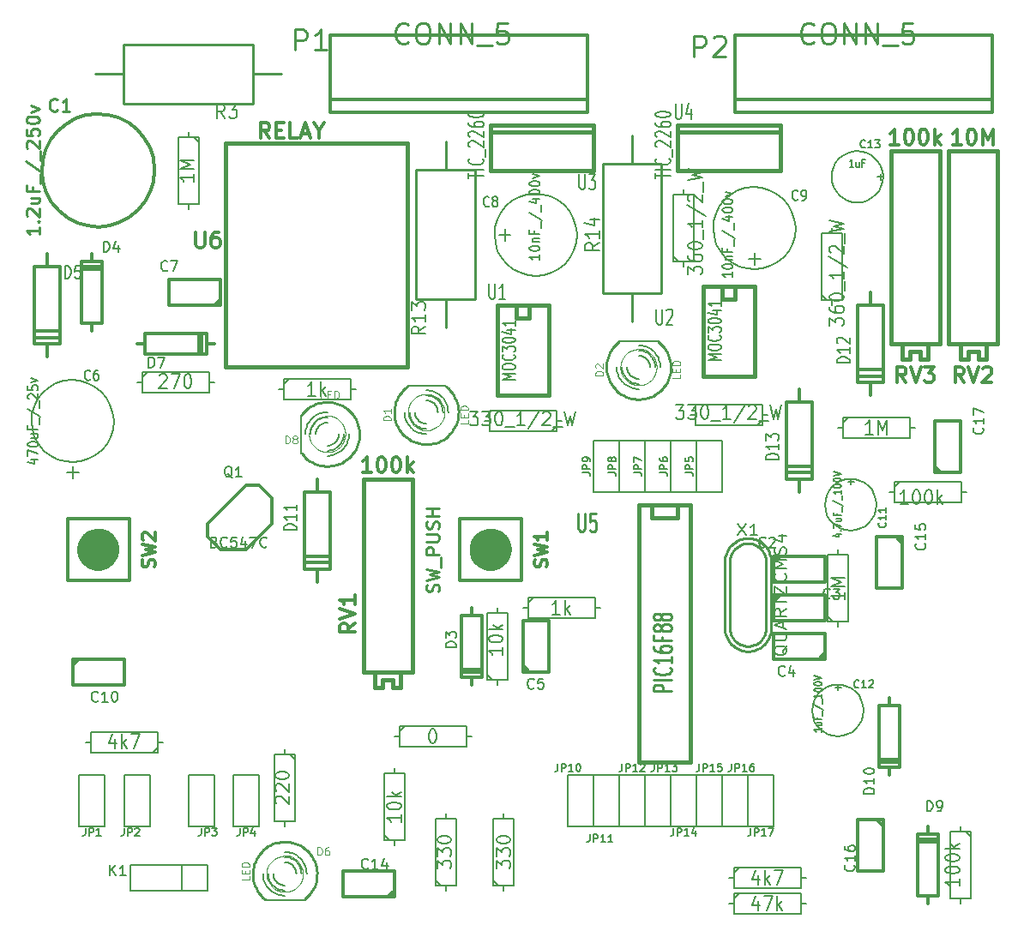
<source format=gto>
G04 (created by PCBNEW-RS274X (2012-01-19 BZR 3256)-stable) date 21/05/2012 10:04:41 p.m.*
G01*
G70*
G90*
%MOIN*%
G04 Gerber Fmt 3.4, Leading zero omitted, Abs format*
%FSLAX34Y34*%
G04 APERTURE LIST*
%ADD10C,0.006000*%
%ADD11C,0.015000*%
%ADD12C,0.008000*%
%ADD13C,0.003000*%
%ADD14C,0.010000*%
%ADD15C,0.012000*%
%ADD16C,0.005000*%
%ADD17C,0.100000*%
%ADD18C,0.003500*%
%ADD19C,0.011300*%
%ADD20C,0.007500*%
%ADD21C,0.012500*%
G04 APERTURE END LIST*
G54D10*
G54D11*
X63500Y-16000D02*
X63500Y-15750D01*
X63500Y-15750D02*
X67500Y-15750D01*
X67500Y-15750D02*
X67500Y-16000D01*
X63500Y-17500D02*
X63500Y-16000D01*
X63500Y-16000D02*
X67500Y-16000D01*
X67500Y-16000D02*
X67500Y-17500D01*
X67500Y-17500D02*
X63500Y-17500D01*
X56250Y-16000D02*
X56250Y-15750D01*
X56250Y-15750D02*
X60250Y-15750D01*
X60250Y-15750D02*
X60250Y-16000D01*
X56250Y-17500D02*
X56250Y-16000D01*
X56250Y-16000D02*
X60250Y-16000D01*
X60250Y-16000D02*
X60250Y-17500D01*
X60250Y-17500D02*
X56250Y-17500D01*
G54D12*
X56500Y-37500D02*
X56500Y-37300D01*
X56500Y-34500D02*
X56500Y-34700D01*
X56500Y-34700D02*
X56100Y-34700D01*
X56100Y-34700D02*
X56100Y-37300D01*
X56100Y-37300D02*
X56900Y-37300D01*
X56900Y-37300D02*
X56900Y-34700D01*
X56900Y-34700D02*
X56500Y-34700D01*
X56300Y-37300D02*
X56100Y-37100D01*
X42500Y-25750D02*
X42700Y-25750D01*
X45500Y-25750D02*
X45300Y-25750D01*
X45300Y-25750D02*
X45300Y-25350D01*
X45300Y-25350D02*
X42700Y-25350D01*
X42700Y-25350D02*
X42700Y-26150D01*
X42700Y-26150D02*
X45300Y-26150D01*
X45300Y-26150D02*
X45300Y-25750D01*
X42700Y-25550D02*
X42900Y-25350D01*
X48250Y-40000D02*
X48250Y-40200D01*
X48250Y-43000D02*
X48250Y-42800D01*
X48250Y-42800D02*
X48650Y-42800D01*
X48650Y-42800D02*
X48650Y-40200D01*
X48650Y-40200D02*
X47850Y-40200D01*
X47850Y-40200D02*
X47850Y-42800D01*
X47850Y-42800D02*
X48250Y-42800D01*
X48450Y-40200D02*
X48650Y-40400D01*
X69500Y-22750D02*
X69500Y-22550D01*
X69500Y-19750D02*
X69500Y-19950D01*
X69500Y-19950D02*
X69100Y-19950D01*
X69100Y-19950D02*
X69100Y-22550D01*
X69100Y-22550D02*
X69900Y-22550D01*
X69900Y-22550D02*
X69900Y-19950D01*
X69900Y-19950D02*
X69500Y-19950D01*
X69300Y-22550D02*
X69100Y-22350D01*
X63750Y-21250D02*
X63750Y-21050D01*
X63750Y-18250D02*
X63750Y-18450D01*
X63750Y-18450D02*
X63350Y-18450D01*
X63350Y-18450D02*
X63350Y-21050D01*
X63350Y-21050D02*
X64150Y-21050D01*
X64150Y-21050D02*
X64150Y-18450D01*
X64150Y-18450D02*
X63750Y-18450D01*
X63550Y-21050D02*
X63350Y-20850D01*
X67000Y-27000D02*
X66800Y-27000D01*
X64000Y-27000D02*
X64200Y-27000D01*
X64200Y-27000D02*
X64200Y-27400D01*
X64200Y-27400D02*
X66800Y-27400D01*
X66800Y-27400D02*
X66800Y-26600D01*
X66800Y-26600D02*
X64200Y-26600D01*
X64200Y-26600D02*
X64200Y-27000D01*
X66800Y-27200D02*
X66600Y-27400D01*
X59000Y-27250D02*
X58800Y-27250D01*
X56000Y-27250D02*
X56200Y-27250D01*
X56200Y-27250D02*
X56200Y-27650D01*
X56200Y-27650D02*
X58800Y-27650D01*
X58800Y-27650D02*
X58800Y-26850D01*
X58800Y-26850D02*
X56200Y-26850D01*
X56200Y-26850D02*
X56200Y-27250D01*
X58800Y-27450D02*
X58600Y-27650D01*
X57500Y-34500D02*
X57700Y-34500D01*
X60500Y-34500D02*
X60300Y-34500D01*
X60300Y-34500D02*
X60300Y-34100D01*
X60300Y-34100D02*
X57700Y-34100D01*
X57700Y-34100D02*
X57700Y-34900D01*
X57700Y-34900D02*
X60300Y-34900D01*
X60300Y-34900D02*
X60300Y-34500D01*
X57700Y-34300D02*
X57900Y-34100D01*
X44500Y-16000D02*
X44500Y-16200D01*
X44500Y-19000D02*
X44500Y-18800D01*
X44500Y-18800D02*
X44900Y-18800D01*
X44900Y-18800D02*
X44900Y-16200D01*
X44900Y-16200D02*
X44100Y-16200D01*
X44100Y-16200D02*
X44100Y-18800D01*
X44100Y-18800D02*
X44500Y-18800D01*
X44700Y-16200D02*
X44900Y-16400D01*
X48000Y-26000D02*
X48200Y-26000D01*
X51000Y-26000D02*
X50800Y-26000D01*
X50800Y-26000D02*
X50800Y-25600D01*
X50800Y-25600D02*
X48200Y-25600D01*
X48200Y-25600D02*
X48200Y-26400D01*
X48200Y-26400D02*
X50800Y-26400D01*
X50800Y-26400D02*
X50800Y-26000D01*
X48200Y-25800D02*
X48400Y-25600D01*
X56750Y-45500D02*
X56750Y-45300D01*
X56750Y-42500D02*
X56750Y-42700D01*
X56750Y-42700D02*
X56350Y-42700D01*
X56350Y-42700D02*
X56350Y-45300D01*
X56350Y-45300D02*
X57150Y-45300D01*
X57150Y-45300D02*
X57150Y-42700D01*
X57150Y-42700D02*
X56750Y-42700D01*
X56550Y-45300D02*
X56350Y-45100D01*
X54500Y-45500D02*
X54500Y-45300D01*
X54500Y-42500D02*
X54500Y-42700D01*
X54500Y-42700D02*
X54100Y-42700D01*
X54100Y-42700D02*
X54100Y-45300D01*
X54100Y-45300D02*
X54900Y-45300D01*
X54900Y-45300D02*
X54900Y-42700D01*
X54900Y-42700D02*
X54500Y-42700D01*
X54300Y-45300D02*
X54100Y-45100D01*
X43500Y-39750D02*
X43300Y-39750D01*
X40500Y-39750D02*
X40700Y-39750D01*
X40700Y-39750D02*
X40700Y-40150D01*
X40700Y-40150D02*
X43300Y-40150D01*
X43300Y-40150D02*
X43300Y-39350D01*
X43300Y-39350D02*
X40700Y-39350D01*
X40700Y-39350D02*
X40700Y-39750D01*
X43300Y-39950D02*
X43100Y-40150D01*
X52500Y-39500D02*
X52700Y-39500D01*
X55500Y-39500D02*
X55300Y-39500D01*
X55300Y-39500D02*
X55300Y-39100D01*
X55300Y-39100D02*
X52700Y-39100D01*
X52700Y-39100D02*
X52700Y-39900D01*
X52700Y-39900D02*
X55300Y-39900D01*
X55300Y-39900D02*
X55300Y-39500D01*
X52700Y-39300D02*
X52900Y-39100D01*
X65500Y-46000D02*
X65700Y-46000D01*
X68500Y-46000D02*
X68300Y-46000D01*
X68300Y-46000D02*
X68300Y-45600D01*
X68300Y-45600D02*
X65700Y-45600D01*
X65700Y-45600D02*
X65700Y-46400D01*
X65700Y-46400D02*
X68300Y-46400D01*
X68300Y-46400D02*
X68300Y-46000D01*
X65700Y-45800D02*
X65900Y-45600D01*
X65500Y-45000D02*
X65700Y-45000D01*
X68500Y-45000D02*
X68300Y-45000D01*
X68300Y-45000D02*
X68300Y-44600D01*
X68300Y-44600D02*
X65700Y-44600D01*
X65700Y-44600D02*
X65700Y-45400D01*
X65700Y-45400D02*
X68300Y-45400D01*
X68300Y-45400D02*
X68300Y-45000D01*
X65700Y-44800D02*
X65900Y-44600D01*
X69750Y-35250D02*
X69750Y-35050D01*
X69750Y-32250D02*
X69750Y-32450D01*
X69750Y-32450D02*
X69350Y-32450D01*
X69350Y-32450D02*
X69350Y-35050D01*
X69350Y-35050D02*
X70150Y-35050D01*
X70150Y-35050D02*
X70150Y-32450D01*
X70150Y-32450D02*
X69750Y-32450D01*
X69550Y-35050D02*
X69350Y-34850D01*
X69750Y-27500D02*
X69950Y-27500D01*
X72750Y-27500D02*
X72550Y-27500D01*
X72550Y-27500D02*
X72550Y-27100D01*
X72550Y-27100D02*
X69950Y-27100D01*
X69950Y-27100D02*
X69950Y-27900D01*
X69950Y-27900D02*
X72550Y-27900D01*
X72550Y-27900D02*
X72550Y-27500D01*
X69950Y-27300D02*
X70150Y-27100D01*
X74500Y-43000D02*
X74500Y-43200D01*
X74500Y-46000D02*
X74500Y-45800D01*
X74500Y-45800D02*
X74900Y-45800D01*
X74900Y-45800D02*
X74900Y-43200D01*
X74900Y-43200D02*
X74100Y-43200D01*
X74100Y-43200D02*
X74100Y-45800D01*
X74100Y-45800D02*
X74500Y-45800D01*
X74700Y-43200D02*
X74900Y-43400D01*
X71750Y-30000D02*
X71950Y-30000D01*
X74750Y-30000D02*
X74550Y-30000D01*
X74550Y-30000D02*
X74550Y-29600D01*
X74550Y-29600D02*
X71950Y-29600D01*
X71950Y-29600D02*
X71950Y-30400D01*
X71950Y-30400D02*
X74550Y-30400D01*
X74550Y-30400D02*
X74550Y-30000D01*
X71950Y-29800D02*
X72150Y-29600D01*
X52500Y-43750D02*
X52500Y-43550D01*
X52500Y-40750D02*
X52500Y-40950D01*
X52500Y-40950D02*
X52100Y-40950D01*
X52100Y-40950D02*
X52100Y-43550D01*
X52100Y-43550D02*
X52900Y-43550D01*
X52900Y-43550D02*
X52900Y-40950D01*
X52900Y-40950D02*
X52500Y-40950D01*
X52300Y-43550D02*
X52100Y-43350D01*
G54D10*
X62250Y-41000D02*
X63250Y-41000D01*
X63250Y-41000D02*
X63250Y-43000D01*
X63250Y-43000D02*
X62250Y-43000D01*
X62250Y-43000D02*
X62250Y-41000D01*
X63250Y-41000D02*
X64250Y-41000D01*
X64250Y-41000D02*
X64250Y-43000D01*
X64250Y-43000D02*
X63250Y-43000D01*
X63250Y-43000D02*
X63250Y-41000D01*
X65250Y-30000D02*
X64250Y-30000D01*
X64250Y-30000D02*
X64250Y-28000D01*
X64250Y-28000D02*
X65250Y-28000D01*
X65250Y-28000D02*
X65250Y-30000D01*
X64250Y-41000D02*
X65250Y-41000D01*
X65250Y-41000D02*
X65250Y-43000D01*
X65250Y-43000D02*
X64250Y-43000D01*
X64250Y-43000D02*
X64250Y-41000D01*
X65250Y-41000D02*
X66250Y-41000D01*
X66250Y-41000D02*
X66250Y-43000D01*
X66250Y-43000D02*
X65250Y-43000D01*
X65250Y-43000D02*
X65250Y-41000D01*
X66250Y-41000D02*
X67250Y-41000D01*
X67250Y-41000D02*
X67250Y-43000D01*
X67250Y-43000D02*
X66250Y-43000D01*
X66250Y-43000D02*
X66250Y-41000D01*
X60250Y-41000D02*
X61250Y-41000D01*
X61250Y-41000D02*
X61250Y-43000D01*
X61250Y-43000D02*
X60250Y-43000D01*
X60250Y-43000D02*
X60250Y-41000D01*
X59250Y-41000D02*
X60250Y-41000D01*
X60250Y-41000D02*
X60250Y-43000D01*
X60250Y-43000D02*
X59250Y-43000D01*
X59250Y-43000D02*
X59250Y-41000D01*
X61250Y-30000D02*
X60250Y-30000D01*
X60250Y-30000D02*
X60250Y-28000D01*
X60250Y-28000D02*
X61250Y-28000D01*
X61250Y-28000D02*
X61250Y-30000D01*
X62250Y-30000D02*
X61250Y-30000D01*
X61250Y-30000D02*
X61250Y-28000D01*
X61250Y-28000D02*
X62250Y-28000D01*
X62250Y-28000D02*
X62250Y-30000D01*
X63250Y-30000D02*
X62250Y-30000D01*
X62250Y-30000D02*
X62250Y-28000D01*
X62250Y-28000D02*
X63250Y-28000D01*
X63250Y-28000D02*
X63250Y-30000D01*
X64250Y-30000D02*
X63250Y-30000D01*
X63250Y-30000D02*
X63250Y-28000D01*
X63250Y-28000D02*
X64250Y-28000D01*
X64250Y-28000D02*
X64250Y-30000D01*
X61250Y-41000D02*
X62250Y-41000D01*
X62250Y-41000D02*
X62250Y-43000D01*
X62250Y-43000D02*
X61250Y-43000D01*
X61250Y-43000D02*
X61250Y-41000D01*
X47250Y-43000D02*
X46250Y-43000D01*
X46250Y-43000D02*
X46250Y-41000D01*
X46250Y-41000D02*
X47250Y-41000D01*
X47250Y-41000D02*
X47250Y-43000D01*
X45500Y-43000D02*
X44500Y-43000D01*
X44500Y-43000D02*
X44500Y-41000D01*
X44500Y-41000D02*
X45500Y-41000D01*
X45500Y-41000D02*
X45500Y-43000D01*
X43000Y-43000D02*
X42000Y-43000D01*
X42000Y-43000D02*
X42000Y-41000D01*
X42000Y-41000D02*
X43000Y-41000D01*
X43000Y-41000D02*
X43000Y-43000D01*
X41250Y-43000D02*
X40250Y-43000D01*
X40250Y-43000D02*
X40250Y-41000D01*
X40250Y-41000D02*
X41250Y-41000D01*
X41250Y-41000D02*
X41250Y-43000D01*
G54D12*
X48880Y-27000D02*
X48880Y-28500D01*
G54D13*
X50607Y-27750D02*
X50593Y-27887D01*
X50553Y-28019D01*
X50488Y-28141D01*
X50401Y-28248D01*
X50295Y-28336D01*
X50173Y-28401D01*
X50042Y-28442D01*
X49904Y-28456D01*
X49768Y-28444D01*
X49636Y-28405D01*
X49513Y-28341D01*
X49406Y-28255D01*
X49317Y-28149D01*
X49251Y-28028D01*
X49209Y-27896D01*
X49194Y-27759D01*
X49205Y-27623D01*
X49243Y-27490D01*
X49306Y-27368D01*
X49392Y-27259D01*
X49497Y-27170D01*
X49617Y-27103D01*
X49749Y-27060D01*
X49886Y-27044D01*
X50022Y-27054D01*
X50155Y-27091D01*
X50278Y-27154D01*
X50387Y-27239D01*
X50477Y-27343D01*
X50545Y-27463D01*
X50589Y-27594D01*
X50606Y-27731D01*
X50607Y-27750D01*
G54D14*
X48901Y-28500D02*
X48970Y-28584D01*
X49046Y-28662D01*
X49129Y-28733D01*
X49218Y-28797D01*
X49312Y-28852D01*
X49410Y-28899D01*
X49512Y-28938D01*
X49617Y-28967D01*
X49724Y-28987D01*
X49833Y-28998D01*
X49941Y-28999D01*
X50050Y-28990D01*
X50157Y-28973D01*
X50263Y-28946D01*
X50366Y-28909D01*
X50465Y-28864D01*
X50560Y-28811D01*
X50650Y-28749D01*
X50734Y-28680D01*
X50812Y-28604D01*
X50883Y-28521D01*
X50947Y-28432D01*
X51002Y-28338D01*
X51049Y-28240D01*
X51088Y-28138D01*
X51117Y-28033D01*
X51137Y-27926D01*
X51148Y-27817D01*
X51149Y-27709D01*
X51140Y-27600D01*
X51123Y-27493D01*
X51096Y-27387D01*
X51059Y-27284D01*
X51014Y-27185D01*
X50961Y-27090D01*
X50899Y-27000D01*
X50830Y-26916D01*
X50754Y-26838D01*
X50671Y-26767D01*
X50582Y-26703D01*
X50488Y-26648D01*
X50390Y-26601D01*
X50288Y-26562D01*
X50183Y-26533D01*
X50076Y-26513D01*
X49967Y-26502D01*
X49859Y-26501D01*
X49750Y-26510D01*
X49643Y-26527D01*
X49537Y-26554D01*
X49434Y-26591D01*
X49335Y-26636D01*
X49240Y-26689D01*
X49150Y-26751D01*
X49066Y-26820D01*
X48988Y-26896D01*
X48917Y-26979D01*
X48901Y-27000D01*
G54D10*
X49900Y-28200D02*
X49939Y-28198D01*
X49978Y-28193D01*
X50016Y-28184D01*
X50053Y-28172D01*
X50090Y-28157D01*
X50125Y-28139D01*
X50158Y-28118D01*
X50189Y-28094D01*
X50218Y-28068D01*
X50244Y-28039D01*
X50268Y-28008D01*
X50289Y-27974D01*
X50307Y-27940D01*
X50322Y-27903D01*
X50334Y-27866D01*
X50343Y-27828D01*
X50348Y-27789D01*
X50350Y-27750D01*
X49900Y-27300D02*
X49861Y-27302D01*
X49822Y-27307D01*
X49784Y-27316D01*
X49747Y-27328D01*
X49710Y-27343D01*
X49676Y-27361D01*
X49642Y-27382D01*
X49611Y-27406D01*
X49582Y-27432D01*
X49556Y-27461D01*
X49532Y-27492D01*
X49511Y-27526D01*
X49493Y-27560D01*
X49478Y-27597D01*
X49466Y-27634D01*
X49457Y-27672D01*
X49452Y-27711D01*
X49450Y-27750D01*
X49900Y-28400D02*
X49956Y-28397D01*
X50012Y-28390D01*
X50068Y-28377D01*
X50122Y-28360D01*
X50174Y-28339D01*
X50225Y-28312D01*
X50272Y-28282D01*
X50317Y-28247D01*
X50359Y-28209D01*
X50397Y-28167D01*
X50432Y-28122D01*
X50462Y-28074D01*
X50489Y-28024D01*
X50510Y-27972D01*
X50527Y-27918D01*
X50540Y-27862D01*
X50547Y-27806D01*
X50550Y-27750D01*
X49900Y-27100D02*
X49844Y-27103D01*
X49788Y-27110D01*
X49732Y-27123D01*
X49678Y-27140D01*
X49626Y-27161D01*
X49576Y-27188D01*
X49528Y-27218D01*
X49483Y-27253D01*
X49441Y-27291D01*
X49403Y-27333D01*
X49368Y-27378D01*
X49338Y-27426D01*
X49311Y-27476D01*
X49290Y-27528D01*
X49273Y-27582D01*
X49260Y-27638D01*
X49253Y-27694D01*
X49250Y-27750D01*
X49900Y-28600D02*
X49974Y-28596D01*
X50047Y-28587D01*
X50119Y-28571D01*
X50190Y-28548D01*
X50259Y-28520D01*
X50325Y-28486D01*
X50387Y-28446D01*
X50446Y-28401D01*
X50501Y-28351D01*
X50551Y-28296D01*
X50596Y-28237D01*
X50636Y-28174D01*
X50670Y-28109D01*
X50698Y-28040D01*
X50721Y-27969D01*
X50737Y-27897D01*
X50746Y-27824D01*
X50750Y-27750D01*
X49900Y-26900D02*
X49826Y-26904D01*
X49753Y-26913D01*
X49681Y-26929D01*
X49610Y-26952D01*
X49541Y-26980D01*
X49476Y-27014D01*
X49413Y-27054D01*
X49354Y-27099D01*
X49299Y-27149D01*
X49249Y-27204D01*
X49204Y-27263D01*
X49164Y-27326D01*
X49130Y-27391D01*
X49102Y-27460D01*
X49079Y-27531D01*
X49063Y-27603D01*
X49054Y-27676D01*
X49050Y-27750D01*
G54D12*
X47500Y-45870D02*
X49000Y-45870D01*
G54D13*
X48957Y-44850D02*
X48943Y-44987D01*
X48903Y-45119D01*
X48838Y-45241D01*
X48751Y-45348D01*
X48645Y-45436D01*
X48523Y-45501D01*
X48392Y-45542D01*
X48254Y-45556D01*
X48118Y-45544D01*
X47986Y-45505D01*
X47863Y-45441D01*
X47756Y-45355D01*
X47667Y-45249D01*
X47601Y-45128D01*
X47559Y-44996D01*
X47544Y-44859D01*
X47555Y-44723D01*
X47593Y-44590D01*
X47656Y-44468D01*
X47742Y-44359D01*
X47847Y-44270D01*
X47967Y-44203D01*
X48099Y-44160D01*
X48236Y-44144D01*
X48372Y-44154D01*
X48505Y-44191D01*
X48628Y-44254D01*
X48737Y-44339D01*
X48827Y-44443D01*
X48895Y-44563D01*
X48939Y-44694D01*
X48956Y-44831D01*
X48957Y-44850D01*
G54D14*
X49000Y-45849D02*
X49084Y-45780D01*
X49162Y-45704D01*
X49233Y-45621D01*
X49297Y-45532D01*
X49352Y-45438D01*
X49399Y-45340D01*
X49438Y-45238D01*
X49467Y-45133D01*
X49487Y-45026D01*
X49498Y-44917D01*
X49499Y-44809D01*
X49490Y-44700D01*
X49473Y-44593D01*
X49446Y-44487D01*
X49409Y-44384D01*
X49364Y-44285D01*
X49311Y-44190D01*
X49249Y-44100D01*
X49180Y-44016D01*
X49104Y-43938D01*
X49021Y-43867D01*
X48932Y-43803D01*
X48838Y-43748D01*
X48740Y-43701D01*
X48638Y-43662D01*
X48533Y-43633D01*
X48426Y-43613D01*
X48317Y-43602D01*
X48209Y-43601D01*
X48100Y-43610D01*
X47993Y-43627D01*
X47887Y-43654D01*
X47784Y-43691D01*
X47685Y-43736D01*
X47590Y-43789D01*
X47500Y-43851D01*
X47416Y-43920D01*
X47338Y-43996D01*
X47267Y-44079D01*
X47203Y-44168D01*
X47148Y-44262D01*
X47101Y-44360D01*
X47062Y-44462D01*
X47033Y-44567D01*
X47013Y-44674D01*
X47002Y-44783D01*
X47001Y-44891D01*
X47010Y-45000D01*
X47027Y-45107D01*
X47054Y-45213D01*
X47091Y-45316D01*
X47136Y-45415D01*
X47189Y-45510D01*
X47251Y-45600D01*
X47320Y-45684D01*
X47396Y-45762D01*
X47479Y-45833D01*
X47500Y-45849D01*
G54D10*
X48700Y-44850D02*
X48698Y-44811D01*
X48693Y-44772D01*
X48684Y-44734D01*
X48672Y-44697D01*
X48657Y-44660D01*
X48639Y-44626D01*
X48618Y-44592D01*
X48594Y-44561D01*
X48568Y-44532D01*
X48539Y-44506D01*
X48508Y-44482D01*
X48475Y-44461D01*
X48440Y-44443D01*
X48403Y-44428D01*
X48366Y-44416D01*
X48328Y-44407D01*
X48289Y-44402D01*
X48250Y-44400D01*
X47800Y-44850D02*
X47802Y-44889D01*
X47807Y-44928D01*
X47816Y-44966D01*
X47828Y-45003D01*
X47843Y-45040D01*
X47861Y-45074D01*
X47882Y-45108D01*
X47906Y-45139D01*
X47932Y-45168D01*
X47961Y-45194D01*
X47992Y-45218D01*
X48026Y-45239D01*
X48060Y-45257D01*
X48097Y-45272D01*
X48134Y-45284D01*
X48172Y-45293D01*
X48211Y-45298D01*
X48250Y-45300D01*
X48900Y-44850D02*
X48897Y-44794D01*
X48890Y-44738D01*
X48877Y-44682D01*
X48860Y-44628D01*
X48839Y-44576D01*
X48812Y-44526D01*
X48782Y-44478D01*
X48747Y-44433D01*
X48709Y-44391D01*
X48667Y-44353D01*
X48622Y-44318D01*
X48575Y-44288D01*
X48524Y-44261D01*
X48472Y-44240D01*
X48418Y-44223D01*
X48362Y-44210D01*
X48306Y-44203D01*
X48250Y-44200D01*
X47600Y-44850D02*
X47603Y-44906D01*
X47610Y-44962D01*
X47623Y-45018D01*
X47640Y-45072D01*
X47661Y-45124D01*
X47688Y-45174D01*
X47718Y-45222D01*
X47753Y-45267D01*
X47791Y-45309D01*
X47833Y-45347D01*
X47878Y-45382D01*
X47926Y-45412D01*
X47976Y-45439D01*
X48028Y-45460D01*
X48082Y-45477D01*
X48138Y-45490D01*
X48194Y-45497D01*
X48250Y-45500D01*
X49100Y-44850D02*
X49096Y-44776D01*
X49087Y-44703D01*
X49071Y-44631D01*
X49048Y-44560D01*
X49020Y-44491D01*
X48986Y-44426D01*
X48946Y-44363D01*
X48901Y-44304D01*
X48851Y-44249D01*
X48796Y-44199D01*
X48737Y-44154D01*
X48675Y-44114D01*
X48609Y-44080D01*
X48540Y-44052D01*
X48469Y-44029D01*
X48397Y-44013D01*
X48324Y-44004D01*
X48250Y-44000D01*
X47400Y-44850D02*
X47404Y-44924D01*
X47413Y-44997D01*
X47429Y-45069D01*
X47452Y-45140D01*
X47480Y-45209D01*
X47514Y-45274D01*
X47554Y-45337D01*
X47599Y-45396D01*
X47649Y-45451D01*
X47704Y-45501D01*
X47763Y-45546D01*
X47826Y-45586D01*
X47891Y-45620D01*
X47960Y-45648D01*
X48031Y-45671D01*
X48103Y-45687D01*
X48176Y-45696D01*
X48250Y-45700D01*
G54D12*
X62750Y-24130D02*
X61250Y-24130D01*
G54D13*
X62707Y-25150D02*
X62693Y-25287D01*
X62653Y-25419D01*
X62588Y-25541D01*
X62501Y-25648D01*
X62395Y-25736D01*
X62273Y-25801D01*
X62142Y-25842D01*
X62004Y-25856D01*
X61868Y-25844D01*
X61736Y-25805D01*
X61613Y-25741D01*
X61506Y-25655D01*
X61417Y-25549D01*
X61351Y-25428D01*
X61309Y-25296D01*
X61294Y-25159D01*
X61305Y-25023D01*
X61343Y-24890D01*
X61406Y-24768D01*
X61492Y-24659D01*
X61597Y-24570D01*
X61717Y-24503D01*
X61849Y-24460D01*
X61986Y-24444D01*
X62122Y-24454D01*
X62255Y-24491D01*
X62378Y-24554D01*
X62487Y-24639D01*
X62577Y-24743D01*
X62645Y-24863D01*
X62689Y-24994D01*
X62706Y-25131D01*
X62707Y-25150D01*
G54D14*
X61250Y-24151D02*
X61166Y-24220D01*
X61088Y-24296D01*
X61017Y-24379D01*
X60953Y-24468D01*
X60898Y-24562D01*
X60851Y-24660D01*
X60812Y-24762D01*
X60783Y-24867D01*
X60763Y-24974D01*
X60752Y-25083D01*
X60751Y-25191D01*
X60760Y-25300D01*
X60777Y-25407D01*
X60804Y-25513D01*
X60841Y-25616D01*
X60886Y-25715D01*
X60939Y-25810D01*
X61001Y-25900D01*
X61070Y-25984D01*
X61146Y-26062D01*
X61229Y-26133D01*
X61318Y-26197D01*
X61412Y-26252D01*
X61510Y-26299D01*
X61612Y-26338D01*
X61717Y-26367D01*
X61824Y-26387D01*
X61933Y-26398D01*
X62041Y-26399D01*
X62150Y-26390D01*
X62257Y-26373D01*
X62363Y-26346D01*
X62466Y-26309D01*
X62565Y-26264D01*
X62660Y-26211D01*
X62750Y-26149D01*
X62834Y-26080D01*
X62912Y-26004D01*
X62983Y-25921D01*
X63047Y-25832D01*
X63102Y-25738D01*
X63149Y-25640D01*
X63188Y-25538D01*
X63217Y-25433D01*
X63237Y-25326D01*
X63248Y-25217D01*
X63249Y-25109D01*
X63240Y-25000D01*
X63223Y-24893D01*
X63196Y-24787D01*
X63159Y-24684D01*
X63114Y-24585D01*
X63061Y-24490D01*
X62999Y-24400D01*
X62930Y-24316D01*
X62854Y-24238D01*
X62771Y-24167D01*
X62750Y-24151D01*
G54D10*
X61550Y-25150D02*
X61552Y-25189D01*
X61557Y-25228D01*
X61566Y-25266D01*
X61578Y-25303D01*
X61593Y-25340D01*
X61611Y-25374D01*
X61632Y-25408D01*
X61656Y-25439D01*
X61682Y-25468D01*
X61711Y-25494D01*
X61742Y-25518D01*
X61776Y-25539D01*
X61810Y-25557D01*
X61847Y-25572D01*
X61884Y-25584D01*
X61922Y-25593D01*
X61961Y-25598D01*
X62000Y-25600D01*
X62450Y-25150D02*
X62448Y-25111D01*
X62443Y-25072D01*
X62434Y-25034D01*
X62422Y-24997D01*
X62407Y-24960D01*
X62389Y-24926D01*
X62368Y-24892D01*
X62344Y-24861D01*
X62318Y-24832D01*
X62289Y-24806D01*
X62258Y-24782D01*
X62225Y-24761D01*
X62190Y-24743D01*
X62153Y-24728D01*
X62116Y-24716D01*
X62078Y-24707D01*
X62039Y-24702D01*
X62000Y-24700D01*
X61350Y-25150D02*
X61353Y-25206D01*
X61360Y-25262D01*
X61373Y-25318D01*
X61390Y-25372D01*
X61411Y-25424D01*
X61438Y-25474D01*
X61468Y-25522D01*
X61503Y-25567D01*
X61541Y-25609D01*
X61583Y-25647D01*
X61628Y-25682D01*
X61676Y-25712D01*
X61726Y-25739D01*
X61778Y-25760D01*
X61832Y-25777D01*
X61888Y-25790D01*
X61944Y-25797D01*
X62000Y-25800D01*
X62650Y-25150D02*
X62647Y-25094D01*
X62640Y-25038D01*
X62627Y-24982D01*
X62610Y-24928D01*
X62589Y-24876D01*
X62562Y-24826D01*
X62532Y-24778D01*
X62497Y-24733D01*
X62459Y-24691D01*
X62417Y-24653D01*
X62372Y-24618D01*
X62325Y-24588D01*
X62274Y-24561D01*
X62222Y-24540D01*
X62168Y-24523D01*
X62112Y-24510D01*
X62056Y-24503D01*
X62000Y-24500D01*
X61150Y-25150D02*
X61154Y-25224D01*
X61163Y-25297D01*
X61179Y-25369D01*
X61202Y-25440D01*
X61230Y-25509D01*
X61264Y-25574D01*
X61304Y-25637D01*
X61349Y-25696D01*
X61399Y-25751D01*
X61454Y-25801D01*
X61513Y-25846D01*
X61576Y-25886D01*
X61641Y-25920D01*
X61710Y-25948D01*
X61781Y-25971D01*
X61853Y-25987D01*
X61926Y-25996D01*
X62000Y-26000D01*
X62850Y-25150D02*
X62846Y-25076D01*
X62837Y-25003D01*
X62821Y-24931D01*
X62798Y-24860D01*
X62770Y-24791D01*
X62736Y-24726D01*
X62696Y-24663D01*
X62651Y-24604D01*
X62601Y-24549D01*
X62546Y-24499D01*
X62487Y-24454D01*
X62425Y-24414D01*
X62359Y-24380D01*
X62290Y-24352D01*
X62219Y-24329D01*
X62147Y-24313D01*
X62074Y-24304D01*
X62000Y-24300D01*
G54D12*
X54500Y-25880D02*
X53000Y-25880D01*
G54D13*
X54457Y-26900D02*
X54443Y-27037D01*
X54403Y-27169D01*
X54338Y-27291D01*
X54251Y-27398D01*
X54145Y-27486D01*
X54023Y-27551D01*
X53892Y-27592D01*
X53754Y-27606D01*
X53618Y-27594D01*
X53486Y-27555D01*
X53363Y-27491D01*
X53256Y-27405D01*
X53167Y-27299D01*
X53101Y-27178D01*
X53059Y-27046D01*
X53044Y-26909D01*
X53055Y-26773D01*
X53093Y-26640D01*
X53156Y-26518D01*
X53242Y-26409D01*
X53347Y-26320D01*
X53467Y-26253D01*
X53599Y-26210D01*
X53736Y-26194D01*
X53872Y-26204D01*
X54005Y-26241D01*
X54128Y-26304D01*
X54237Y-26389D01*
X54327Y-26493D01*
X54395Y-26613D01*
X54439Y-26744D01*
X54456Y-26881D01*
X54457Y-26900D01*
G54D14*
X53000Y-25901D02*
X52916Y-25970D01*
X52838Y-26046D01*
X52767Y-26129D01*
X52703Y-26218D01*
X52648Y-26312D01*
X52601Y-26410D01*
X52562Y-26512D01*
X52533Y-26617D01*
X52513Y-26724D01*
X52502Y-26833D01*
X52501Y-26941D01*
X52510Y-27050D01*
X52527Y-27157D01*
X52554Y-27263D01*
X52591Y-27366D01*
X52636Y-27465D01*
X52689Y-27560D01*
X52751Y-27650D01*
X52820Y-27734D01*
X52896Y-27812D01*
X52979Y-27883D01*
X53068Y-27947D01*
X53162Y-28002D01*
X53260Y-28049D01*
X53362Y-28088D01*
X53467Y-28117D01*
X53574Y-28137D01*
X53683Y-28148D01*
X53791Y-28149D01*
X53900Y-28140D01*
X54007Y-28123D01*
X54113Y-28096D01*
X54216Y-28059D01*
X54315Y-28014D01*
X54410Y-27961D01*
X54500Y-27899D01*
X54584Y-27830D01*
X54662Y-27754D01*
X54733Y-27671D01*
X54797Y-27582D01*
X54852Y-27488D01*
X54899Y-27390D01*
X54938Y-27288D01*
X54967Y-27183D01*
X54987Y-27076D01*
X54998Y-26967D01*
X54999Y-26859D01*
X54990Y-26750D01*
X54973Y-26643D01*
X54946Y-26537D01*
X54909Y-26434D01*
X54864Y-26335D01*
X54811Y-26240D01*
X54749Y-26150D01*
X54680Y-26066D01*
X54604Y-25988D01*
X54521Y-25917D01*
X54500Y-25901D01*
G54D10*
X53300Y-26900D02*
X53302Y-26939D01*
X53307Y-26978D01*
X53316Y-27016D01*
X53328Y-27053D01*
X53343Y-27090D01*
X53361Y-27124D01*
X53382Y-27158D01*
X53406Y-27189D01*
X53432Y-27218D01*
X53461Y-27244D01*
X53492Y-27268D01*
X53526Y-27289D01*
X53560Y-27307D01*
X53597Y-27322D01*
X53634Y-27334D01*
X53672Y-27343D01*
X53711Y-27348D01*
X53750Y-27350D01*
X54200Y-26900D02*
X54198Y-26861D01*
X54193Y-26822D01*
X54184Y-26784D01*
X54172Y-26747D01*
X54157Y-26710D01*
X54139Y-26676D01*
X54118Y-26642D01*
X54094Y-26611D01*
X54068Y-26582D01*
X54039Y-26556D01*
X54008Y-26532D01*
X53975Y-26511D01*
X53940Y-26493D01*
X53903Y-26478D01*
X53866Y-26466D01*
X53828Y-26457D01*
X53789Y-26452D01*
X53750Y-26450D01*
X53100Y-26900D02*
X53103Y-26956D01*
X53110Y-27012D01*
X53123Y-27068D01*
X53140Y-27122D01*
X53161Y-27174D01*
X53188Y-27224D01*
X53218Y-27272D01*
X53253Y-27317D01*
X53291Y-27359D01*
X53333Y-27397D01*
X53378Y-27432D01*
X53426Y-27462D01*
X53476Y-27489D01*
X53528Y-27510D01*
X53582Y-27527D01*
X53638Y-27540D01*
X53694Y-27547D01*
X53750Y-27550D01*
X54400Y-26900D02*
X54397Y-26844D01*
X54390Y-26788D01*
X54377Y-26732D01*
X54360Y-26678D01*
X54339Y-26626D01*
X54312Y-26576D01*
X54282Y-26528D01*
X54247Y-26483D01*
X54209Y-26441D01*
X54167Y-26403D01*
X54122Y-26368D01*
X54075Y-26338D01*
X54024Y-26311D01*
X53972Y-26290D01*
X53918Y-26273D01*
X53862Y-26260D01*
X53806Y-26253D01*
X53750Y-26250D01*
X52900Y-26900D02*
X52904Y-26974D01*
X52913Y-27047D01*
X52929Y-27119D01*
X52952Y-27190D01*
X52980Y-27259D01*
X53014Y-27324D01*
X53054Y-27387D01*
X53099Y-27446D01*
X53149Y-27501D01*
X53204Y-27551D01*
X53263Y-27596D01*
X53326Y-27636D01*
X53391Y-27670D01*
X53460Y-27698D01*
X53531Y-27721D01*
X53603Y-27737D01*
X53676Y-27746D01*
X53750Y-27750D01*
X54600Y-26900D02*
X54596Y-26826D01*
X54587Y-26753D01*
X54571Y-26681D01*
X54548Y-26610D01*
X54520Y-26541D01*
X54486Y-26476D01*
X54446Y-26413D01*
X54401Y-26354D01*
X54351Y-26299D01*
X54296Y-26249D01*
X54237Y-26204D01*
X54175Y-26164D01*
X54109Y-26130D01*
X54040Y-26102D01*
X53969Y-26079D01*
X53897Y-26063D01*
X53824Y-26054D01*
X53750Y-26050D01*
G54D11*
X58500Y-22750D02*
X58500Y-26250D01*
X58500Y-26250D02*
X56500Y-26250D01*
X56500Y-26250D02*
X56500Y-22750D01*
X56500Y-22750D02*
X58500Y-22750D01*
X57750Y-22750D02*
X57750Y-23250D01*
X57750Y-23250D02*
X57250Y-23250D01*
X57250Y-23250D02*
X57250Y-22750D01*
X66500Y-22000D02*
X66500Y-25500D01*
X66500Y-25500D02*
X64500Y-25500D01*
X64500Y-25500D02*
X64500Y-22000D01*
X64500Y-22000D02*
X66500Y-22000D01*
X65750Y-22000D02*
X65750Y-22500D01*
X65750Y-22500D02*
X65250Y-22500D01*
X65250Y-22500D02*
X65250Y-22000D01*
X63500Y-30500D02*
X63500Y-31000D01*
X63500Y-31000D02*
X62500Y-31000D01*
X62500Y-31000D02*
X62500Y-30500D01*
X64000Y-30500D02*
X64000Y-40500D01*
X64000Y-40500D02*
X62000Y-40500D01*
X62000Y-40500D02*
X62000Y-30500D01*
X62000Y-30500D02*
X64000Y-30500D01*
G54D15*
X39500Y-21250D02*
X39500Y-24250D01*
X39500Y-24250D02*
X38500Y-24250D01*
X38500Y-24250D02*
X38500Y-21250D01*
X38500Y-21250D02*
X39500Y-21250D01*
X39500Y-24000D02*
X38500Y-24000D01*
X38500Y-23750D02*
X39500Y-23750D01*
X39000Y-21250D02*
X39000Y-20750D01*
X39000Y-24250D02*
X39000Y-24750D01*
X50000Y-30000D02*
X50000Y-33000D01*
X50000Y-33000D02*
X49000Y-33000D01*
X49000Y-33000D02*
X49000Y-30000D01*
X49000Y-30000D02*
X50000Y-30000D01*
X50000Y-32750D02*
X49000Y-32750D01*
X49000Y-32500D02*
X50000Y-32500D01*
X49500Y-30000D02*
X49500Y-29500D01*
X49500Y-33000D02*
X49500Y-33500D01*
X71500Y-22750D02*
X71500Y-25750D01*
X71500Y-25750D02*
X70500Y-25750D01*
X70500Y-25750D02*
X70500Y-22750D01*
X70500Y-22750D02*
X71500Y-22750D01*
X71500Y-25500D02*
X70500Y-25500D01*
X70500Y-25250D02*
X71500Y-25250D01*
X71000Y-22750D02*
X71000Y-22250D01*
X71000Y-25750D02*
X71000Y-26250D01*
X68750Y-26500D02*
X68750Y-29500D01*
X68750Y-29500D02*
X67750Y-29500D01*
X67750Y-29500D02*
X67750Y-26500D01*
X67750Y-26500D02*
X68750Y-26500D01*
X68750Y-29250D02*
X67750Y-29250D01*
X67750Y-29000D02*
X68750Y-29000D01*
X68250Y-26500D02*
X68250Y-26000D01*
X68250Y-29500D02*
X68250Y-30000D01*
X45500Y-24250D02*
X45200Y-24250D01*
X45200Y-24250D02*
X45200Y-23850D01*
X45200Y-23850D02*
X42800Y-23850D01*
X42800Y-23850D02*
X42800Y-24250D01*
X42800Y-24250D02*
X42500Y-24250D01*
X42800Y-24250D02*
X42800Y-24650D01*
X42800Y-24650D02*
X45200Y-24650D01*
X45200Y-24650D02*
X45200Y-24250D01*
X45000Y-23850D02*
X45000Y-24650D01*
X44900Y-24650D02*
X44900Y-23850D01*
X73250Y-43000D02*
X73250Y-43300D01*
X73250Y-43300D02*
X72850Y-43300D01*
X72850Y-43300D02*
X72850Y-45700D01*
X72850Y-45700D02*
X73250Y-45700D01*
X73250Y-45700D02*
X73250Y-46000D01*
X73250Y-45700D02*
X73650Y-45700D01*
X73650Y-45700D02*
X73650Y-43300D01*
X73650Y-43300D02*
X73250Y-43300D01*
X72850Y-43500D02*
X73650Y-43500D01*
X73650Y-43600D02*
X72850Y-43600D01*
X40750Y-20750D02*
X40750Y-21050D01*
X40750Y-21050D02*
X40350Y-21050D01*
X40350Y-21050D02*
X40350Y-23450D01*
X40350Y-23450D02*
X40750Y-23450D01*
X40750Y-23450D02*
X40750Y-23750D01*
X40750Y-23450D02*
X41150Y-23450D01*
X41150Y-23450D02*
X41150Y-21050D01*
X41150Y-21050D02*
X40750Y-21050D01*
X40350Y-21250D02*
X41150Y-21250D01*
X41150Y-21350D02*
X40350Y-21350D01*
X55500Y-37500D02*
X55500Y-37200D01*
X55500Y-37200D02*
X55900Y-37200D01*
X55900Y-37200D02*
X55900Y-34800D01*
X55900Y-34800D02*
X55500Y-34800D01*
X55500Y-34800D02*
X55500Y-34500D01*
X55500Y-34800D02*
X55100Y-34800D01*
X55100Y-34800D02*
X55100Y-37200D01*
X55100Y-37200D02*
X55500Y-37200D01*
X55900Y-37000D02*
X55100Y-37000D01*
X55100Y-36900D02*
X55900Y-36900D01*
X71750Y-41000D02*
X71750Y-40700D01*
X71750Y-40700D02*
X72150Y-40700D01*
X72150Y-40700D02*
X72150Y-38300D01*
X72150Y-38300D02*
X71750Y-38300D01*
X71750Y-38300D02*
X71750Y-38000D01*
X71750Y-38300D02*
X71350Y-38300D01*
X71350Y-38300D02*
X71350Y-40700D01*
X71350Y-40700D02*
X71750Y-40700D01*
X72150Y-40500D02*
X71350Y-40500D01*
X71350Y-40400D02*
X72150Y-40400D01*
G54D12*
X68100Y-19750D02*
X68069Y-20060D01*
X67979Y-20359D01*
X67832Y-20635D01*
X67635Y-20877D01*
X67394Y-21076D01*
X67120Y-21224D01*
X66821Y-21317D01*
X66511Y-21349D01*
X66201Y-21321D01*
X65901Y-21233D01*
X65624Y-21088D01*
X65381Y-20893D01*
X65180Y-20653D01*
X65030Y-20380D01*
X64935Y-20082D01*
X64901Y-19772D01*
X64927Y-19462D01*
X65013Y-19162D01*
X65156Y-18884D01*
X65350Y-18639D01*
X65587Y-18437D01*
X65860Y-18284D01*
X66157Y-18188D01*
X66467Y-18151D01*
X66777Y-18175D01*
X67078Y-18259D01*
X67357Y-18400D01*
X67603Y-18592D01*
X67807Y-18828D01*
X67961Y-19100D01*
X68060Y-19396D01*
X68099Y-19706D01*
X68100Y-19750D01*
X41600Y-27250D02*
X41569Y-27560D01*
X41479Y-27859D01*
X41332Y-28135D01*
X41135Y-28377D01*
X40894Y-28576D01*
X40620Y-28724D01*
X40321Y-28817D01*
X40011Y-28849D01*
X39701Y-28821D01*
X39401Y-28733D01*
X39124Y-28588D01*
X38881Y-28393D01*
X38680Y-28153D01*
X38530Y-27880D01*
X38435Y-27582D01*
X38401Y-27272D01*
X38427Y-26962D01*
X38513Y-26662D01*
X38656Y-26384D01*
X38850Y-26139D01*
X39087Y-25937D01*
X39360Y-25784D01*
X39657Y-25688D01*
X39967Y-25651D01*
X40277Y-25675D01*
X40578Y-25759D01*
X40857Y-25900D01*
X41103Y-26092D01*
X41307Y-26328D01*
X41461Y-26600D01*
X41560Y-26896D01*
X41599Y-27206D01*
X41600Y-27250D01*
X59600Y-20000D02*
X59569Y-20310D01*
X59479Y-20609D01*
X59332Y-20885D01*
X59135Y-21127D01*
X58894Y-21326D01*
X58620Y-21474D01*
X58321Y-21567D01*
X58011Y-21599D01*
X57701Y-21571D01*
X57401Y-21483D01*
X57124Y-21338D01*
X56881Y-21143D01*
X56680Y-20903D01*
X56530Y-20630D01*
X56435Y-20332D01*
X56401Y-20022D01*
X56427Y-19712D01*
X56513Y-19412D01*
X56656Y-19134D01*
X56850Y-18889D01*
X57087Y-18687D01*
X57360Y-18534D01*
X57657Y-18438D01*
X57967Y-18401D01*
X58277Y-18425D01*
X58578Y-18509D01*
X58857Y-18650D01*
X59103Y-18842D01*
X59307Y-19078D01*
X59461Y-19350D01*
X59560Y-19646D01*
X59599Y-19956D01*
X59600Y-20000D01*
G54D16*
X71501Y-17750D02*
X71481Y-17944D01*
X71425Y-18131D01*
X71333Y-18303D01*
X71210Y-18455D01*
X71059Y-18579D01*
X70887Y-18672D01*
X70701Y-18730D01*
X70506Y-18750D01*
X70313Y-18733D01*
X70126Y-18678D01*
X69952Y-18587D01*
X69800Y-18465D01*
X69675Y-18315D01*
X69580Y-18144D01*
X69521Y-17958D01*
X69500Y-17763D01*
X69516Y-17570D01*
X69570Y-17382D01*
X69659Y-17208D01*
X69780Y-17055D01*
X69929Y-16929D01*
X70100Y-16833D01*
X70286Y-16773D01*
X70480Y-16750D01*
X70673Y-16765D01*
X70861Y-16817D01*
X71036Y-16905D01*
X71190Y-17026D01*
X71317Y-17173D01*
X71414Y-17343D01*
X71476Y-17529D01*
X71500Y-17723D01*
X71501Y-17750D01*
X70751Y-38500D02*
X70731Y-38694D01*
X70675Y-38881D01*
X70583Y-39053D01*
X70460Y-39205D01*
X70309Y-39329D01*
X70137Y-39422D01*
X69951Y-39480D01*
X69756Y-39500D01*
X69563Y-39483D01*
X69376Y-39428D01*
X69202Y-39337D01*
X69050Y-39215D01*
X68925Y-39065D01*
X68830Y-38894D01*
X68771Y-38708D01*
X68750Y-38513D01*
X68766Y-38320D01*
X68820Y-38132D01*
X68909Y-37958D01*
X69030Y-37805D01*
X69179Y-37679D01*
X69350Y-37583D01*
X69536Y-37523D01*
X69730Y-37500D01*
X69923Y-37515D01*
X70111Y-37567D01*
X70286Y-37655D01*
X70440Y-37776D01*
X70567Y-37923D01*
X70664Y-38093D01*
X70726Y-38279D01*
X70750Y-38473D01*
X70751Y-38500D01*
X71251Y-30500D02*
X71231Y-30694D01*
X71175Y-30881D01*
X71083Y-31053D01*
X70960Y-31205D01*
X70809Y-31329D01*
X70637Y-31422D01*
X70451Y-31480D01*
X70256Y-31500D01*
X70063Y-31483D01*
X69876Y-31428D01*
X69702Y-31337D01*
X69550Y-31215D01*
X69425Y-31065D01*
X69330Y-30894D01*
X69271Y-30708D01*
X69250Y-30513D01*
X69266Y-30320D01*
X69320Y-30132D01*
X69409Y-29958D01*
X69530Y-29805D01*
X69679Y-29679D01*
X69850Y-29583D01*
X70036Y-29523D01*
X70230Y-29500D01*
X70423Y-29515D01*
X70611Y-29567D01*
X70786Y-29655D01*
X70940Y-29776D01*
X71067Y-29923D01*
X71164Y-30093D01*
X71226Y-30279D01*
X71250Y-30473D01*
X71251Y-30500D01*
G54D15*
X40020Y-36500D02*
X42000Y-36500D01*
X42000Y-36500D02*
X42000Y-37500D01*
X42000Y-37500D02*
X40000Y-37500D01*
X40000Y-37500D02*
X40000Y-36500D01*
X40000Y-36750D02*
X40250Y-36500D01*
X73500Y-29230D02*
X73500Y-27250D01*
X73500Y-27250D02*
X74500Y-27250D01*
X74500Y-27250D02*
X74500Y-29250D01*
X74500Y-29250D02*
X73500Y-29250D01*
X73750Y-29250D02*
X73500Y-29000D01*
X52480Y-45750D02*
X50500Y-45750D01*
X50500Y-45750D02*
X50500Y-44750D01*
X50500Y-44750D02*
X52500Y-44750D01*
X52500Y-44750D02*
X52500Y-45750D01*
X52500Y-45500D02*
X52250Y-45750D01*
X45730Y-22750D02*
X43750Y-22750D01*
X43750Y-22750D02*
X43750Y-21750D01*
X43750Y-21750D02*
X45750Y-21750D01*
X45750Y-21750D02*
X45750Y-22750D01*
X45750Y-22500D02*
X45500Y-22750D01*
X72250Y-31770D02*
X72250Y-33750D01*
X72250Y-33750D02*
X71250Y-33750D01*
X71250Y-33750D02*
X71250Y-31750D01*
X71250Y-31750D02*
X72250Y-31750D01*
X72000Y-31750D02*
X72250Y-32000D01*
X57500Y-36980D02*
X57500Y-35000D01*
X57500Y-35000D02*
X58500Y-35000D01*
X58500Y-35000D02*
X58500Y-37000D01*
X58500Y-37000D02*
X57500Y-37000D01*
X57750Y-37000D02*
X57500Y-36750D01*
X69230Y-36500D02*
X67250Y-36500D01*
X67250Y-36500D02*
X67250Y-35500D01*
X67250Y-35500D02*
X69250Y-35500D01*
X69250Y-35500D02*
X69250Y-36500D01*
X69250Y-36250D02*
X69000Y-36500D01*
X67270Y-34000D02*
X69250Y-34000D01*
X69250Y-34000D02*
X69250Y-35000D01*
X69250Y-35000D02*
X67250Y-35000D01*
X67250Y-35000D02*
X67250Y-34000D01*
X67250Y-34250D02*
X67500Y-34000D01*
X67270Y-32500D02*
X69250Y-32500D01*
X69250Y-32500D02*
X69250Y-33500D01*
X69250Y-33500D02*
X67250Y-33500D01*
X67250Y-33500D02*
X67250Y-32500D01*
X67250Y-32750D02*
X67500Y-32500D01*
X71500Y-42770D02*
X71500Y-44750D01*
X71500Y-44750D02*
X70500Y-44750D01*
X70500Y-44750D02*
X70500Y-42750D01*
X70500Y-42750D02*
X71500Y-42750D01*
X71250Y-42750D02*
X71500Y-43000D01*
X43195Y-17500D02*
X43153Y-17926D01*
X43029Y-18336D01*
X42828Y-18714D01*
X42557Y-19046D01*
X42227Y-19319D01*
X41850Y-19523D01*
X41441Y-19650D01*
X41015Y-19694D01*
X40589Y-19656D01*
X40178Y-19535D01*
X39799Y-19336D01*
X39465Y-19068D01*
X39189Y-18740D01*
X38983Y-18364D01*
X38853Y-17956D01*
X38806Y-17530D01*
X38842Y-17104D01*
X38960Y-16692D01*
X39155Y-16311D01*
X39422Y-15976D01*
X39748Y-15698D01*
X40122Y-15489D01*
X40529Y-15357D01*
X40955Y-15306D01*
X41381Y-15339D01*
X41793Y-15454D01*
X42176Y-15647D01*
X42513Y-15911D01*
X42793Y-16235D01*
X43005Y-16608D01*
X43140Y-17014D01*
X43194Y-17439D01*
X43195Y-17500D01*
X46750Y-29750D02*
X45250Y-31250D01*
X45250Y-31250D02*
X45250Y-31750D01*
X45250Y-31750D02*
X45750Y-32250D01*
X45750Y-32250D02*
X46750Y-32250D01*
X46750Y-32250D02*
X47750Y-31250D01*
X47750Y-31250D02*
X47750Y-30250D01*
X47750Y-30250D02*
X47250Y-29750D01*
X47250Y-29750D02*
X46750Y-29750D01*
G54D11*
X52700Y-16450D02*
X53000Y-16450D01*
X53000Y-16450D02*
X53000Y-25150D01*
X45950Y-25150D02*
X45950Y-16450D01*
X45950Y-16450D02*
X52700Y-16450D01*
X45950Y-25150D02*
X53000Y-25150D01*
G54D15*
X65750Y-15250D02*
X75750Y-15250D01*
X65750Y-14750D02*
X75750Y-14750D01*
X65750Y-12250D02*
X75750Y-12250D01*
X75750Y-12250D02*
X75750Y-15250D01*
X65750Y-12250D02*
X65750Y-15250D01*
X50000Y-15250D02*
X60000Y-15250D01*
X50000Y-14750D02*
X60000Y-14750D01*
X50000Y-12250D02*
X60000Y-12250D01*
X60000Y-12250D02*
X60000Y-15250D01*
X50000Y-12250D02*
X50000Y-15250D01*
G54D11*
X53200Y-29500D02*
X51300Y-29500D01*
X53200Y-37000D02*
X51300Y-37000D01*
X51300Y-37000D02*
X51300Y-29500D01*
X53200Y-29500D02*
X53200Y-37000D01*
X52050Y-37600D02*
X51750Y-37600D01*
X52050Y-37600D02*
X52050Y-37300D01*
X52050Y-37300D02*
X52450Y-37300D01*
X52450Y-37300D02*
X52450Y-37600D01*
X52450Y-37600D02*
X52750Y-37600D01*
X51750Y-37000D02*
X51750Y-37600D01*
X52750Y-37600D02*
X52750Y-37000D01*
X75950Y-16750D02*
X74050Y-16750D01*
X75950Y-24250D02*
X74050Y-24250D01*
X74050Y-24250D02*
X74050Y-16750D01*
X75950Y-16750D02*
X75950Y-24250D01*
X74800Y-24850D02*
X74500Y-24850D01*
X74800Y-24850D02*
X74800Y-24550D01*
X74800Y-24550D02*
X75200Y-24550D01*
X75200Y-24550D02*
X75200Y-24850D01*
X75200Y-24850D02*
X75500Y-24850D01*
X74500Y-24250D02*
X74500Y-24850D01*
X75500Y-24850D02*
X75500Y-24250D01*
X73700Y-16750D02*
X71800Y-16750D01*
X73700Y-24250D02*
X71800Y-24250D01*
X71800Y-24250D02*
X71800Y-16750D01*
X73700Y-16750D02*
X73700Y-24250D01*
X72550Y-24850D02*
X72250Y-24850D01*
X72550Y-24850D02*
X72550Y-24550D01*
X72550Y-24550D02*
X72950Y-24550D01*
X72950Y-24550D02*
X72950Y-24850D01*
X72950Y-24850D02*
X73250Y-24850D01*
X72250Y-24250D02*
X72250Y-24850D01*
X73250Y-24850D02*
X73250Y-24250D01*
G54D15*
X57450Y-31050D02*
X57450Y-33450D01*
X57450Y-33450D02*
X55050Y-33450D01*
X55050Y-33450D02*
X55050Y-31050D01*
X55050Y-31050D02*
X57450Y-31050D01*
G54D17*
X56566Y-32250D02*
X56559Y-32311D01*
X56542Y-32370D01*
X56513Y-32424D01*
X56474Y-32472D01*
X56426Y-32511D01*
X56372Y-32541D01*
X56313Y-32559D01*
X56252Y-32565D01*
X56191Y-32560D01*
X56132Y-32542D01*
X56077Y-32514D01*
X56029Y-32475D01*
X55990Y-32428D01*
X55960Y-32374D01*
X55941Y-32315D01*
X55935Y-32254D01*
X55940Y-32193D01*
X55957Y-32134D01*
X55985Y-32079D01*
X56023Y-32031D01*
X56070Y-31991D01*
X56124Y-31961D01*
X56183Y-31942D01*
X56244Y-31935D01*
X56304Y-31939D01*
X56364Y-31956D01*
X56419Y-31984D01*
X56467Y-32022D01*
X56508Y-32068D01*
X56538Y-32122D01*
X56558Y-32180D01*
X56565Y-32242D01*
X56566Y-32250D01*
G54D15*
X42200Y-31050D02*
X42200Y-33450D01*
X42200Y-33450D02*
X39800Y-33450D01*
X39800Y-33450D02*
X39800Y-31050D01*
X39800Y-31050D02*
X42200Y-31050D01*
G54D17*
X41316Y-32250D02*
X41309Y-32311D01*
X41292Y-32370D01*
X41263Y-32424D01*
X41224Y-32472D01*
X41176Y-32511D01*
X41122Y-32541D01*
X41063Y-32559D01*
X41002Y-32565D01*
X40941Y-32560D01*
X40882Y-32542D01*
X40827Y-32514D01*
X40779Y-32475D01*
X40740Y-32428D01*
X40710Y-32374D01*
X40691Y-32315D01*
X40685Y-32254D01*
X40690Y-32193D01*
X40707Y-32134D01*
X40735Y-32079D01*
X40773Y-32031D01*
X40820Y-31991D01*
X40874Y-31961D01*
X40933Y-31942D01*
X40994Y-31935D01*
X41054Y-31939D01*
X41114Y-31956D01*
X41169Y-31984D01*
X41217Y-32022D01*
X41258Y-32068D01*
X41288Y-32122D01*
X41308Y-32180D01*
X41315Y-32242D01*
X41316Y-32250D01*
G54D14*
X47020Y-14892D02*
X47020Y-12608D01*
X47020Y-12608D02*
X41980Y-12608D01*
X41980Y-12608D02*
X41980Y-14892D01*
X41980Y-14892D02*
X47020Y-14892D01*
X41960Y-13750D02*
X40877Y-13750D01*
X47040Y-13750D02*
X48123Y-13750D01*
G54D10*
X45250Y-44500D02*
X45250Y-45500D01*
X45250Y-45500D02*
X42250Y-45500D01*
X42250Y-45500D02*
X42250Y-44500D01*
X42250Y-44500D02*
X45250Y-44500D01*
X44250Y-45500D02*
X44250Y-44500D01*
G54D14*
X55642Y-17480D02*
X53358Y-17480D01*
X53358Y-17480D02*
X53358Y-22520D01*
X53358Y-22520D02*
X55642Y-22520D01*
X55642Y-22520D02*
X55642Y-17480D01*
X54500Y-22540D02*
X54500Y-23623D01*
X54500Y-17460D02*
X54500Y-16377D01*
X62892Y-17230D02*
X60608Y-17230D01*
X60608Y-17230D02*
X60608Y-22270D01*
X60608Y-22270D02*
X62892Y-22270D01*
X62892Y-22270D02*
X62892Y-17230D01*
X61750Y-22290D02*
X61750Y-23373D01*
X61750Y-17210D02*
X61750Y-16127D01*
X66250Y-31800D02*
X66172Y-31804D01*
X66094Y-31814D01*
X66018Y-31831D01*
X65943Y-31855D01*
X65870Y-31885D01*
X65801Y-31921D01*
X65734Y-31963D01*
X65672Y-32011D01*
X65614Y-32064D01*
X65561Y-32122D01*
X65513Y-32184D01*
X65471Y-32251D01*
X65435Y-32320D01*
X65405Y-32393D01*
X65381Y-32468D01*
X65364Y-32544D01*
X65354Y-32622D01*
X65350Y-32700D01*
X66950Y-35300D02*
X66950Y-32700D01*
X65550Y-32700D02*
X65550Y-35300D01*
X66950Y-32700D02*
X66947Y-32639D01*
X66939Y-32579D01*
X66926Y-32519D01*
X66907Y-32461D01*
X66884Y-32405D01*
X66856Y-32351D01*
X66823Y-32299D01*
X66786Y-32251D01*
X66744Y-32206D01*
X66699Y-32164D01*
X66651Y-32127D01*
X66600Y-32094D01*
X66545Y-32066D01*
X66489Y-32043D01*
X66431Y-32024D01*
X66371Y-32011D01*
X66311Y-32003D01*
X66250Y-32000D01*
X66250Y-32000D02*
X66189Y-32003D01*
X66129Y-32011D01*
X66069Y-32024D01*
X66011Y-32043D01*
X65955Y-32066D01*
X65901Y-32094D01*
X65849Y-32127D01*
X65801Y-32164D01*
X65756Y-32206D01*
X65714Y-32251D01*
X65677Y-32299D01*
X65644Y-32351D01*
X65616Y-32405D01*
X65593Y-32461D01*
X65574Y-32519D01*
X65561Y-32579D01*
X65553Y-32639D01*
X65550Y-32700D01*
X66250Y-36000D02*
X66311Y-35997D01*
X66371Y-35989D01*
X66431Y-35976D01*
X66489Y-35957D01*
X66545Y-35934D01*
X66600Y-35906D01*
X66651Y-35873D01*
X66699Y-35836D01*
X66744Y-35794D01*
X66786Y-35749D01*
X66823Y-35701D01*
X66856Y-35649D01*
X66884Y-35595D01*
X66907Y-35539D01*
X66926Y-35481D01*
X66939Y-35421D01*
X66947Y-35361D01*
X66950Y-35300D01*
X65550Y-35300D02*
X65553Y-35361D01*
X65561Y-35421D01*
X65574Y-35481D01*
X65593Y-35539D01*
X65616Y-35595D01*
X65644Y-35649D01*
X65677Y-35701D01*
X65714Y-35749D01*
X65756Y-35794D01*
X65801Y-35836D01*
X65849Y-35873D01*
X65901Y-35906D01*
X65955Y-35934D01*
X66011Y-35957D01*
X66069Y-35976D01*
X66129Y-35989D01*
X66189Y-35997D01*
X66250Y-36000D01*
X67150Y-32700D02*
X67146Y-32622D01*
X67136Y-32544D01*
X67119Y-32468D01*
X67095Y-32393D01*
X67065Y-32320D01*
X67029Y-32251D01*
X66987Y-32184D01*
X66939Y-32122D01*
X66886Y-32064D01*
X66828Y-32011D01*
X66766Y-31963D01*
X66700Y-31921D01*
X66630Y-31885D01*
X66557Y-31855D01*
X66482Y-31831D01*
X66406Y-31814D01*
X66328Y-31804D01*
X66250Y-31800D01*
X67150Y-32700D02*
X67150Y-35300D01*
X65350Y-35300D02*
X65350Y-32700D01*
X66250Y-36200D02*
X66328Y-36196D01*
X66406Y-36186D01*
X66482Y-36169D01*
X66557Y-36145D01*
X66630Y-36115D01*
X66700Y-36079D01*
X66766Y-36037D01*
X66828Y-35989D01*
X66886Y-35936D01*
X66939Y-35878D01*
X66987Y-35816D01*
X67029Y-35749D01*
X67065Y-35680D01*
X67095Y-35607D01*
X67119Y-35532D01*
X67136Y-35456D01*
X67146Y-35378D01*
X67150Y-35300D01*
X65350Y-35300D02*
X65354Y-35378D01*
X65364Y-35456D01*
X65381Y-35532D01*
X65405Y-35607D01*
X65435Y-35680D01*
X65471Y-35749D01*
X65513Y-35816D01*
X65561Y-35878D01*
X65614Y-35936D01*
X65672Y-35989D01*
X65734Y-36037D01*
X65801Y-36079D01*
X65870Y-36115D01*
X65943Y-36145D01*
X66018Y-36169D01*
X66094Y-36186D01*
X66172Y-36196D01*
X66250Y-36200D01*
G54D12*
X63445Y-14893D02*
X63445Y-15379D01*
X63464Y-15436D01*
X63483Y-15464D01*
X63521Y-15493D01*
X63598Y-15493D01*
X63636Y-15464D01*
X63655Y-15436D01*
X63674Y-15379D01*
X63674Y-14893D01*
X64036Y-15093D02*
X64036Y-15493D01*
X63940Y-14864D02*
X63845Y-15293D01*
X64093Y-15293D01*
X62643Y-17824D02*
X62643Y-17595D01*
X63243Y-17710D02*
X62643Y-17710D01*
X63243Y-17462D02*
X62643Y-17462D01*
X63186Y-17043D02*
X63214Y-17062D01*
X63243Y-17119D01*
X63243Y-17157D01*
X63214Y-17215D01*
X63157Y-17253D01*
X63100Y-17272D01*
X62986Y-17291D01*
X62900Y-17291D01*
X62786Y-17272D01*
X62729Y-17253D01*
X62671Y-17215D01*
X62643Y-17157D01*
X62643Y-17119D01*
X62671Y-17062D01*
X62700Y-17043D01*
X63300Y-16967D02*
X63300Y-16662D01*
X62700Y-16586D02*
X62671Y-16567D01*
X62643Y-16529D01*
X62643Y-16433D01*
X62671Y-16395D01*
X62700Y-16376D01*
X62757Y-16357D01*
X62814Y-16357D01*
X62900Y-16376D01*
X63243Y-16605D01*
X63243Y-16357D01*
X62700Y-16205D02*
X62671Y-16186D01*
X62643Y-16148D01*
X62643Y-16052D01*
X62671Y-16014D01*
X62700Y-15995D01*
X62757Y-15976D01*
X62814Y-15976D01*
X62900Y-15995D01*
X63243Y-16224D01*
X63243Y-15976D01*
X62643Y-15633D02*
X62643Y-15710D01*
X62671Y-15748D01*
X62700Y-15767D01*
X62786Y-15805D01*
X62900Y-15824D01*
X63129Y-15824D01*
X63186Y-15805D01*
X63214Y-15786D01*
X63243Y-15748D01*
X63243Y-15671D01*
X63214Y-15633D01*
X63186Y-15614D01*
X63129Y-15595D01*
X62986Y-15595D01*
X62929Y-15614D01*
X62900Y-15633D01*
X62871Y-15671D01*
X62871Y-15748D01*
X62900Y-15786D01*
X62929Y-15805D01*
X62986Y-15824D01*
X62643Y-15348D02*
X62643Y-15309D01*
X62671Y-15271D01*
X62700Y-15252D01*
X62757Y-15233D01*
X62871Y-15214D01*
X63014Y-15214D01*
X63129Y-15233D01*
X63186Y-15252D01*
X63214Y-15271D01*
X63243Y-15309D01*
X63243Y-15348D01*
X63214Y-15386D01*
X63186Y-15405D01*
X63129Y-15424D01*
X63014Y-15443D01*
X62871Y-15443D01*
X62757Y-15424D01*
X62700Y-15405D01*
X62671Y-15386D01*
X62643Y-15348D01*
X59695Y-17643D02*
X59695Y-18129D01*
X59714Y-18186D01*
X59733Y-18214D01*
X59771Y-18243D01*
X59848Y-18243D01*
X59886Y-18214D01*
X59905Y-18186D01*
X59924Y-18129D01*
X59924Y-17643D01*
X60076Y-17643D02*
X60324Y-17643D01*
X60190Y-17871D01*
X60248Y-17871D01*
X60286Y-17900D01*
X60305Y-17929D01*
X60324Y-17986D01*
X60324Y-18129D01*
X60305Y-18186D01*
X60286Y-18214D01*
X60248Y-18243D01*
X60133Y-18243D01*
X60095Y-18214D01*
X60076Y-18186D01*
X55393Y-17824D02*
X55393Y-17595D01*
X55993Y-17710D02*
X55393Y-17710D01*
X55993Y-17462D02*
X55393Y-17462D01*
X55936Y-17043D02*
X55964Y-17062D01*
X55993Y-17119D01*
X55993Y-17157D01*
X55964Y-17215D01*
X55907Y-17253D01*
X55850Y-17272D01*
X55736Y-17291D01*
X55650Y-17291D01*
X55536Y-17272D01*
X55479Y-17253D01*
X55421Y-17215D01*
X55393Y-17157D01*
X55393Y-17119D01*
X55421Y-17062D01*
X55450Y-17043D01*
X56050Y-16967D02*
X56050Y-16662D01*
X55450Y-16586D02*
X55421Y-16567D01*
X55393Y-16529D01*
X55393Y-16433D01*
X55421Y-16395D01*
X55450Y-16376D01*
X55507Y-16357D01*
X55564Y-16357D01*
X55650Y-16376D01*
X55993Y-16605D01*
X55993Y-16357D01*
X55450Y-16205D02*
X55421Y-16186D01*
X55393Y-16148D01*
X55393Y-16052D01*
X55421Y-16014D01*
X55450Y-15995D01*
X55507Y-15976D01*
X55564Y-15976D01*
X55650Y-15995D01*
X55993Y-16224D01*
X55993Y-15976D01*
X55393Y-15633D02*
X55393Y-15710D01*
X55421Y-15748D01*
X55450Y-15767D01*
X55536Y-15805D01*
X55650Y-15824D01*
X55879Y-15824D01*
X55936Y-15805D01*
X55964Y-15786D01*
X55993Y-15748D01*
X55993Y-15671D01*
X55964Y-15633D01*
X55936Y-15614D01*
X55879Y-15595D01*
X55736Y-15595D01*
X55679Y-15614D01*
X55650Y-15633D01*
X55621Y-15671D01*
X55621Y-15748D01*
X55650Y-15786D01*
X55679Y-15805D01*
X55736Y-15824D01*
X55393Y-15348D02*
X55393Y-15309D01*
X55421Y-15271D01*
X55450Y-15252D01*
X55507Y-15233D01*
X55621Y-15214D01*
X55764Y-15214D01*
X55879Y-15233D01*
X55936Y-15252D01*
X55964Y-15271D01*
X55993Y-15309D01*
X55993Y-15348D01*
X55964Y-15386D01*
X55936Y-15405D01*
X55879Y-15424D01*
X55764Y-15443D01*
X55621Y-15443D01*
X55507Y-15424D01*
X55450Y-15405D01*
X55421Y-15386D01*
X55393Y-15348D01*
X56723Y-36047D02*
X56723Y-36333D01*
X56723Y-36190D02*
X56173Y-36190D01*
X56251Y-36238D01*
X56304Y-36285D01*
X56330Y-36333D01*
X56173Y-35738D02*
X56173Y-35690D01*
X56199Y-35642D01*
X56225Y-35619D01*
X56277Y-35595D01*
X56382Y-35571D01*
X56513Y-35571D01*
X56618Y-35595D01*
X56670Y-35619D01*
X56696Y-35642D01*
X56723Y-35690D01*
X56723Y-35738D01*
X56696Y-35785D01*
X56670Y-35809D01*
X56618Y-35833D01*
X56513Y-35857D01*
X56382Y-35857D01*
X56277Y-35833D01*
X56225Y-35809D01*
X56199Y-35785D01*
X56173Y-35738D01*
X56723Y-35357D02*
X56173Y-35357D01*
X56513Y-35309D02*
X56723Y-35166D01*
X56356Y-35166D02*
X56565Y-35357D01*
X43381Y-25475D02*
X43405Y-25449D01*
X43453Y-25423D01*
X43572Y-25423D01*
X43619Y-25449D01*
X43643Y-25475D01*
X43667Y-25527D01*
X43667Y-25580D01*
X43643Y-25658D01*
X43357Y-25973D01*
X43667Y-25973D01*
X43833Y-25423D02*
X44167Y-25423D01*
X43952Y-25973D01*
X44452Y-25423D02*
X44500Y-25423D01*
X44548Y-25449D01*
X44571Y-25475D01*
X44595Y-25527D01*
X44619Y-25632D01*
X44619Y-25763D01*
X44595Y-25868D01*
X44571Y-25920D01*
X44548Y-25946D01*
X44500Y-25973D01*
X44452Y-25973D01*
X44405Y-25946D01*
X44381Y-25920D01*
X44357Y-25868D01*
X44333Y-25763D01*
X44333Y-25632D01*
X44357Y-25527D01*
X44381Y-25475D01*
X44405Y-25449D01*
X44452Y-25423D01*
X47925Y-42119D02*
X47899Y-42095D01*
X47873Y-42047D01*
X47873Y-41928D01*
X47899Y-41881D01*
X47925Y-41857D01*
X47977Y-41833D01*
X48030Y-41833D01*
X48108Y-41857D01*
X48423Y-42143D01*
X48423Y-41833D01*
X47925Y-41643D02*
X47899Y-41619D01*
X47873Y-41571D01*
X47873Y-41452D01*
X47899Y-41405D01*
X47925Y-41381D01*
X47977Y-41357D01*
X48030Y-41357D01*
X48108Y-41381D01*
X48423Y-41667D01*
X48423Y-41357D01*
X47873Y-41048D02*
X47873Y-41000D01*
X47899Y-40952D01*
X47925Y-40929D01*
X47977Y-40905D01*
X48082Y-40881D01*
X48213Y-40881D01*
X48318Y-40905D01*
X48370Y-40929D01*
X48396Y-40952D01*
X48423Y-41000D01*
X48423Y-41048D01*
X48396Y-41095D01*
X48370Y-41119D01*
X48318Y-41143D01*
X48213Y-41167D01*
X48082Y-41167D01*
X47977Y-41143D01*
X47925Y-41119D01*
X47899Y-41095D01*
X47873Y-41048D01*
X69423Y-23547D02*
X69423Y-23237D01*
X69632Y-23404D01*
X69632Y-23332D01*
X69658Y-23285D01*
X69685Y-23261D01*
X69737Y-23237D01*
X69868Y-23237D01*
X69920Y-23261D01*
X69946Y-23285D01*
X69973Y-23332D01*
X69973Y-23475D01*
X69946Y-23523D01*
X69920Y-23547D01*
X69423Y-22809D02*
X69423Y-22904D01*
X69449Y-22952D01*
X69475Y-22975D01*
X69554Y-23023D01*
X69658Y-23047D01*
X69868Y-23047D01*
X69920Y-23023D01*
X69946Y-22999D01*
X69973Y-22952D01*
X69973Y-22856D01*
X69946Y-22809D01*
X69920Y-22785D01*
X69868Y-22761D01*
X69737Y-22761D01*
X69685Y-22785D01*
X69658Y-22809D01*
X69632Y-22856D01*
X69632Y-22952D01*
X69658Y-22999D01*
X69685Y-23023D01*
X69737Y-23047D01*
X69423Y-22452D02*
X69423Y-22404D01*
X69449Y-22356D01*
X69475Y-22333D01*
X69527Y-22309D01*
X69632Y-22285D01*
X69763Y-22285D01*
X69868Y-22309D01*
X69920Y-22333D01*
X69946Y-22356D01*
X69973Y-22404D01*
X69973Y-22452D01*
X69946Y-22499D01*
X69920Y-22523D01*
X69868Y-22547D01*
X69763Y-22571D01*
X69632Y-22571D01*
X69527Y-22547D01*
X69475Y-22523D01*
X69449Y-22499D01*
X69423Y-22452D01*
X70025Y-22190D02*
X70025Y-21809D01*
X69973Y-21428D02*
X69973Y-21714D01*
X69973Y-21571D02*
X69423Y-21571D01*
X69501Y-21619D01*
X69554Y-21666D01*
X69580Y-21714D01*
X69396Y-20857D02*
X70104Y-21285D01*
X69475Y-20714D02*
X69449Y-20690D01*
X69423Y-20642D01*
X69423Y-20523D01*
X69449Y-20476D01*
X69475Y-20452D01*
X69527Y-20428D01*
X69580Y-20428D01*
X69658Y-20452D01*
X69973Y-20738D01*
X69973Y-20428D01*
X70025Y-20333D02*
X70025Y-19952D01*
X69423Y-19881D02*
X69973Y-19762D01*
X69580Y-19666D01*
X69973Y-19571D01*
X69423Y-19452D01*
X63923Y-21547D02*
X63923Y-21237D01*
X64132Y-21404D01*
X64132Y-21332D01*
X64158Y-21285D01*
X64185Y-21261D01*
X64237Y-21237D01*
X64368Y-21237D01*
X64420Y-21261D01*
X64446Y-21285D01*
X64473Y-21332D01*
X64473Y-21475D01*
X64446Y-21523D01*
X64420Y-21547D01*
X63923Y-20809D02*
X63923Y-20904D01*
X63949Y-20952D01*
X63975Y-20975D01*
X64054Y-21023D01*
X64158Y-21047D01*
X64368Y-21047D01*
X64420Y-21023D01*
X64446Y-20999D01*
X64473Y-20952D01*
X64473Y-20856D01*
X64446Y-20809D01*
X64420Y-20785D01*
X64368Y-20761D01*
X64237Y-20761D01*
X64185Y-20785D01*
X64158Y-20809D01*
X64132Y-20856D01*
X64132Y-20952D01*
X64158Y-20999D01*
X64185Y-21023D01*
X64237Y-21047D01*
X63923Y-20452D02*
X63923Y-20404D01*
X63949Y-20356D01*
X63975Y-20333D01*
X64027Y-20309D01*
X64132Y-20285D01*
X64263Y-20285D01*
X64368Y-20309D01*
X64420Y-20333D01*
X64446Y-20356D01*
X64473Y-20404D01*
X64473Y-20452D01*
X64446Y-20499D01*
X64420Y-20523D01*
X64368Y-20547D01*
X64263Y-20571D01*
X64132Y-20571D01*
X64027Y-20547D01*
X63975Y-20523D01*
X63949Y-20499D01*
X63923Y-20452D01*
X64525Y-20190D02*
X64525Y-19809D01*
X64473Y-19428D02*
X64473Y-19714D01*
X64473Y-19571D02*
X63923Y-19571D01*
X64001Y-19619D01*
X64054Y-19666D01*
X64080Y-19714D01*
X63896Y-18857D02*
X64604Y-19285D01*
X63975Y-18714D02*
X63949Y-18690D01*
X63923Y-18642D01*
X63923Y-18523D01*
X63949Y-18476D01*
X63975Y-18452D01*
X64027Y-18428D01*
X64080Y-18428D01*
X64158Y-18452D01*
X64473Y-18738D01*
X64473Y-18428D01*
X64525Y-18333D02*
X64525Y-17952D01*
X63923Y-17881D02*
X64473Y-17762D01*
X64080Y-17666D01*
X64473Y-17571D01*
X63923Y-17452D01*
X63453Y-26623D02*
X63763Y-26623D01*
X63596Y-26832D01*
X63668Y-26832D01*
X63715Y-26858D01*
X63739Y-26885D01*
X63763Y-26937D01*
X63763Y-27068D01*
X63739Y-27120D01*
X63715Y-27146D01*
X63668Y-27173D01*
X63525Y-27173D01*
X63477Y-27146D01*
X63453Y-27120D01*
X63929Y-26623D02*
X64239Y-26623D01*
X64072Y-26832D01*
X64144Y-26832D01*
X64191Y-26858D01*
X64215Y-26885D01*
X64239Y-26937D01*
X64239Y-27068D01*
X64215Y-27120D01*
X64191Y-27146D01*
X64144Y-27173D01*
X64001Y-27173D01*
X63953Y-27146D01*
X63929Y-27120D01*
X64548Y-26623D02*
X64596Y-26623D01*
X64644Y-26649D01*
X64667Y-26675D01*
X64691Y-26727D01*
X64715Y-26832D01*
X64715Y-26963D01*
X64691Y-27068D01*
X64667Y-27120D01*
X64644Y-27146D01*
X64596Y-27173D01*
X64548Y-27173D01*
X64501Y-27146D01*
X64477Y-27120D01*
X64453Y-27068D01*
X64429Y-26963D01*
X64429Y-26832D01*
X64453Y-26727D01*
X64477Y-26675D01*
X64501Y-26649D01*
X64548Y-26623D01*
X64810Y-27225D02*
X65191Y-27225D01*
X65572Y-27173D02*
X65286Y-27173D01*
X65429Y-27173D02*
X65429Y-26623D01*
X65381Y-26701D01*
X65334Y-26754D01*
X65286Y-26780D01*
X66143Y-26596D02*
X65715Y-27304D01*
X66286Y-26675D02*
X66310Y-26649D01*
X66358Y-26623D01*
X66477Y-26623D01*
X66524Y-26649D01*
X66548Y-26675D01*
X66572Y-26727D01*
X66572Y-26780D01*
X66548Y-26858D01*
X66262Y-27173D01*
X66572Y-27173D01*
X66667Y-27225D02*
X67048Y-27225D01*
X67119Y-26623D02*
X67238Y-27173D01*
X67334Y-26780D01*
X67429Y-27173D01*
X67548Y-26623D01*
X55453Y-26873D02*
X55763Y-26873D01*
X55596Y-27082D01*
X55668Y-27082D01*
X55715Y-27108D01*
X55739Y-27135D01*
X55763Y-27187D01*
X55763Y-27318D01*
X55739Y-27370D01*
X55715Y-27396D01*
X55668Y-27423D01*
X55525Y-27423D01*
X55477Y-27396D01*
X55453Y-27370D01*
X55929Y-26873D02*
X56239Y-26873D01*
X56072Y-27082D01*
X56144Y-27082D01*
X56191Y-27108D01*
X56215Y-27135D01*
X56239Y-27187D01*
X56239Y-27318D01*
X56215Y-27370D01*
X56191Y-27396D01*
X56144Y-27423D01*
X56001Y-27423D01*
X55953Y-27396D01*
X55929Y-27370D01*
X56548Y-26873D02*
X56596Y-26873D01*
X56644Y-26899D01*
X56667Y-26925D01*
X56691Y-26977D01*
X56715Y-27082D01*
X56715Y-27213D01*
X56691Y-27318D01*
X56667Y-27370D01*
X56644Y-27396D01*
X56596Y-27423D01*
X56548Y-27423D01*
X56501Y-27396D01*
X56477Y-27370D01*
X56453Y-27318D01*
X56429Y-27213D01*
X56429Y-27082D01*
X56453Y-26977D01*
X56477Y-26925D01*
X56501Y-26899D01*
X56548Y-26873D01*
X56810Y-27475D02*
X57191Y-27475D01*
X57572Y-27423D02*
X57286Y-27423D01*
X57429Y-27423D02*
X57429Y-26873D01*
X57381Y-26951D01*
X57334Y-27004D01*
X57286Y-27030D01*
X58143Y-26846D02*
X57715Y-27554D01*
X58286Y-26925D02*
X58310Y-26899D01*
X58358Y-26873D01*
X58477Y-26873D01*
X58524Y-26899D01*
X58548Y-26925D01*
X58572Y-26977D01*
X58572Y-27030D01*
X58548Y-27108D01*
X58262Y-27423D01*
X58572Y-27423D01*
X58667Y-27475D02*
X59048Y-27475D01*
X59119Y-26873D02*
X59238Y-27423D01*
X59334Y-27030D01*
X59429Y-27423D01*
X59548Y-26873D01*
X58941Y-34773D02*
X58655Y-34773D01*
X58798Y-34773D02*
X58798Y-34223D01*
X58750Y-34301D01*
X58703Y-34354D01*
X58655Y-34380D01*
X59155Y-34773D02*
X59155Y-34223D01*
X59203Y-34563D02*
X59346Y-34773D01*
X59346Y-34406D02*
X59155Y-34615D01*
X44723Y-17642D02*
X44723Y-17928D01*
X44723Y-17785D02*
X44173Y-17785D01*
X44251Y-17833D01*
X44304Y-17880D01*
X44330Y-17928D01*
X44723Y-17428D02*
X44173Y-17428D01*
X44565Y-17261D01*
X44173Y-17095D01*
X44723Y-17095D01*
X49441Y-26273D02*
X49155Y-26273D01*
X49298Y-26273D02*
X49298Y-25723D01*
X49250Y-25801D01*
X49203Y-25854D01*
X49155Y-25880D01*
X49655Y-26273D02*
X49655Y-25723D01*
X49703Y-26063D02*
X49846Y-26273D01*
X49846Y-25906D02*
X49655Y-26115D01*
X56473Y-44643D02*
X56473Y-44333D01*
X56682Y-44500D01*
X56682Y-44428D01*
X56708Y-44381D01*
X56735Y-44357D01*
X56787Y-44333D01*
X56918Y-44333D01*
X56970Y-44357D01*
X56996Y-44381D01*
X57023Y-44428D01*
X57023Y-44571D01*
X56996Y-44619D01*
X56970Y-44643D01*
X56473Y-44167D02*
X56473Y-43857D01*
X56682Y-44024D01*
X56682Y-43952D01*
X56708Y-43905D01*
X56735Y-43881D01*
X56787Y-43857D01*
X56918Y-43857D01*
X56970Y-43881D01*
X56996Y-43905D01*
X57023Y-43952D01*
X57023Y-44095D01*
X56996Y-44143D01*
X56970Y-44167D01*
X56473Y-43548D02*
X56473Y-43500D01*
X56499Y-43452D01*
X56525Y-43429D01*
X56577Y-43405D01*
X56682Y-43381D01*
X56813Y-43381D01*
X56918Y-43405D01*
X56970Y-43429D01*
X56996Y-43452D01*
X57023Y-43500D01*
X57023Y-43548D01*
X56996Y-43595D01*
X56970Y-43619D01*
X56918Y-43643D01*
X56813Y-43667D01*
X56682Y-43667D01*
X56577Y-43643D01*
X56525Y-43619D01*
X56499Y-43595D01*
X56473Y-43548D01*
X54173Y-44643D02*
X54173Y-44333D01*
X54382Y-44500D01*
X54382Y-44428D01*
X54408Y-44381D01*
X54435Y-44357D01*
X54487Y-44333D01*
X54618Y-44333D01*
X54670Y-44357D01*
X54696Y-44381D01*
X54723Y-44428D01*
X54723Y-44571D01*
X54696Y-44619D01*
X54670Y-44643D01*
X54173Y-44167D02*
X54173Y-43857D01*
X54382Y-44024D01*
X54382Y-43952D01*
X54408Y-43905D01*
X54435Y-43881D01*
X54487Y-43857D01*
X54618Y-43857D01*
X54670Y-43881D01*
X54696Y-43905D01*
X54723Y-43952D01*
X54723Y-44095D01*
X54696Y-44143D01*
X54670Y-44167D01*
X54173Y-43548D02*
X54173Y-43500D01*
X54199Y-43452D01*
X54225Y-43429D01*
X54277Y-43405D01*
X54382Y-43381D01*
X54513Y-43381D01*
X54618Y-43405D01*
X54670Y-43429D01*
X54696Y-43452D01*
X54723Y-43500D01*
X54723Y-43548D01*
X54696Y-43595D01*
X54670Y-43619D01*
X54618Y-43643D01*
X54513Y-43667D01*
X54382Y-43667D01*
X54277Y-43643D01*
X54225Y-43619D01*
X54199Y-43595D01*
X54173Y-43548D01*
X41655Y-39606D02*
X41655Y-39973D01*
X41536Y-39396D02*
X41417Y-39789D01*
X41727Y-39789D01*
X41917Y-39973D02*
X41917Y-39423D01*
X41965Y-39763D02*
X42108Y-39973D01*
X42108Y-39606D02*
X41917Y-39815D01*
X42274Y-39423D02*
X42608Y-39423D01*
X42393Y-39973D01*
X53976Y-39223D02*
X54024Y-39223D01*
X54072Y-39249D01*
X54095Y-39275D01*
X54119Y-39327D01*
X54143Y-39432D01*
X54143Y-39563D01*
X54119Y-39668D01*
X54095Y-39720D01*
X54072Y-39746D01*
X54024Y-39773D01*
X53976Y-39773D01*
X53929Y-39746D01*
X53905Y-39720D01*
X53881Y-39668D01*
X53857Y-39563D01*
X53857Y-39432D01*
X53881Y-39327D01*
X53905Y-39275D01*
X53929Y-39249D01*
X53976Y-39223D01*
X66655Y-45906D02*
X66655Y-46273D01*
X66536Y-45696D02*
X66417Y-46089D01*
X66727Y-46089D01*
X66869Y-45723D02*
X67203Y-45723D01*
X66988Y-46273D01*
X67393Y-46273D02*
X67393Y-45723D01*
X67441Y-46063D02*
X67584Y-46273D01*
X67584Y-45906D02*
X67393Y-46115D01*
X66655Y-44906D02*
X66655Y-45273D01*
X66536Y-44696D02*
X66417Y-45089D01*
X66727Y-45089D01*
X66917Y-45273D02*
X66917Y-44723D01*
X66965Y-45063D02*
X67108Y-45273D01*
X67108Y-44906D02*
X66917Y-45115D01*
X67274Y-44723D02*
X67608Y-44723D01*
X67393Y-45273D01*
X70023Y-33892D02*
X70023Y-34178D01*
X70023Y-34035D02*
X69473Y-34035D01*
X69551Y-34083D01*
X69604Y-34130D01*
X69630Y-34178D01*
X70023Y-33678D02*
X69473Y-33678D01*
X69865Y-33511D01*
X69473Y-33345D01*
X70023Y-33345D01*
X71108Y-27773D02*
X70822Y-27773D01*
X70965Y-27773D02*
X70965Y-27223D01*
X70917Y-27301D01*
X70870Y-27354D01*
X70822Y-27380D01*
X71322Y-27773D02*
X71322Y-27223D01*
X71489Y-27615D01*
X71655Y-27223D01*
X71655Y-27773D01*
X74473Y-45035D02*
X74473Y-45321D01*
X74473Y-45178D02*
X73923Y-45178D01*
X74001Y-45226D01*
X74054Y-45273D01*
X74080Y-45321D01*
X73923Y-44726D02*
X73923Y-44678D01*
X73949Y-44630D01*
X73975Y-44607D01*
X74027Y-44583D01*
X74132Y-44559D01*
X74263Y-44559D01*
X74368Y-44583D01*
X74420Y-44607D01*
X74446Y-44630D01*
X74473Y-44678D01*
X74473Y-44726D01*
X74446Y-44773D01*
X74420Y-44797D01*
X74368Y-44821D01*
X74263Y-44845D01*
X74132Y-44845D01*
X74027Y-44821D01*
X73975Y-44797D01*
X73949Y-44773D01*
X73923Y-44726D01*
X73923Y-44250D02*
X73923Y-44202D01*
X73949Y-44154D01*
X73975Y-44131D01*
X74027Y-44107D01*
X74132Y-44083D01*
X74263Y-44083D01*
X74368Y-44107D01*
X74420Y-44131D01*
X74446Y-44154D01*
X74473Y-44202D01*
X74473Y-44250D01*
X74446Y-44297D01*
X74420Y-44321D01*
X74368Y-44345D01*
X74263Y-44369D01*
X74132Y-44369D01*
X74027Y-44345D01*
X73975Y-44321D01*
X73949Y-44297D01*
X73923Y-44250D01*
X74473Y-43869D02*
X73923Y-43869D01*
X74263Y-43821D02*
X74473Y-43678D01*
X74106Y-43678D02*
X74315Y-43869D01*
X72465Y-30473D02*
X72179Y-30473D01*
X72322Y-30473D02*
X72322Y-29923D01*
X72274Y-30001D01*
X72227Y-30054D01*
X72179Y-30080D01*
X72774Y-29923D02*
X72822Y-29923D01*
X72870Y-29949D01*
X72893Y-29975D01*
X72917Y-30027D01*
X72941Y-30132D01*
X72941Y-30263D01*
X72917Y-30368D01*
X72893Y-30420D01*
X72870Y-30446D01*
X72822Y-30473D01*
X72774Y-30473D01*
X72727Y-30446D01*
X72703Y-30420D01*
X72679Y-30368D01*
X72655Y-30263D01*
X72655Y-30132D01*
X72679Y-30027D01*
X72703Y-29975D01*
X72727Y-29949D01*
X72774Y-29923D01*
X73250Y-29923D02*
X73298Y-29923D01*
X73346Y-29949D01*
X73369Y-29975D01*
X73393Y-30027D01*
X73417Y-30132D01*
X73417Y-30263D01*
X73393Y-30368D01*
X73369Y-30420D01*
X73346Y-30446D01*
X73298Y-30473D01*
X73250Y-30473D01*
X73203Y-30446D01*
X73179Y-30420D01*
X73155Y-30368D01*
X73131Y-30263D01*
X73131Y-30132D01*
X73155Y-30027D01*
X73179Y-29975D01*
X73203Y-29949D01*
X73250Y-29923D01*
X73631Y-30473D02*
X73631Y-29923D01*
X73679Y-30263D02*
X73822Y-30473D01*
X73822Y-30106D02*
X73631Y-30315D01*
X52773Y-42547D02*
X52773Y-42833D01*
X52773Y-42690D02*
X52223Y-42690D01*
X52301Y-42738D01*
X52354Y-42785D01*
X52380Y-42833D01*
X52223Y-42238D02*
X52223Y-42190D01*
X52249Y-42142D01*
X52275Y-42119D01*
X52327Y-42095D01*
X52432Y-42071D01*
X52563Y-42071D01*
X52668Y-42095D01*
X52720Y-42119D01*
X52746Y-42142D01*
X52773Y-42190D01*
X52773Y-42238D01*
X52746Y-42285D01*
X52720Y-42309D01*
X52668Y-42333D01*
X52563Y-42357D01*
X52432Y-42357D01*
X52327Y-42333D01*
X52275Y-42309D01*
X52249Y-42285D01*
X52223Y-42238D01*
X52773Y-41857D02*
X52223Y-41857D01*
X52563Y-41809D02*
X52773Y-41666D01*
X52406Y-41666D02*
X52615Y-41857D01*
G54D10*
X62607Y-40571D02*
X62607Y-40786D01*
X62593Y-40829D01*
X62564Y-40857D01*
X62521Y-40871D01*
X62493Y-40871D01*
X62750Y-40871D02*
X62750Y-40571D01*
X62865Y-40571D01*
X62893Y-40586D01*
X62908Y-40600D01*
X62922Y-40629D01*
X62922Y-40671D01*
X62908Y-40700D01*
X62893Y-40714D01*
X62865Y-40729D01*
X62750Y-40729D01*
X63208Y-40871D02*
X63036Y-40871D01*
X63122Y-40871D02*
X63122Y-40571D01*
X63093Y-40614D01*
X63065Y-40643D01*
X63036Y-40657D01*
X63308Y-40571D02*
X63494Y-40571D01*
X63394Y-40686D01*
X63436Y-40686D01*
X63465Y-40700D01*
X63479Y-40714D01*
X63494Y-40743D01*
X63494Y-40814D01*
X63479Y-40843D01*
X63465Y-40857D01*
X63436Y-40871D01*
X63351Y-40871D01*
X63322Y-40857D01*
X63308Y-40843D01*
X63357Y-43071D02*
X63357Y-43286D01*
X63343Y-43329D01*
X63314Y-43357D01*
X63271Y-43371D01*
X63243Y-43371D01*
X63500Y-43371D02*
X63500Y-43071D01*
X63615Y-43071D01*
X63643Y-43086D01*
X63658Y-43100D01*
X63672Y-43129D01*
X63672Y-43171D01*
X63658Y-43200D01*
X63643Y-43214D01*
X63615Y-43229D01*
X63500Y-43229D01*
X63958Y-43371D02*
X63786Y-43371D01*
X63872Y-43371D02*
X63872Y-43071D01*
X63843Y-43114D01*
X63815Y-43143D01*
X63786Y-43157D01*
X64215Y-43171D02*
X64215Y-43371D01*
X64144Y-43057D02*
X64072Y-43271D01*
X64258Y-43271D01*
X63821Y-29250D02*
X64036Y-29250D01*
X64079Y-29264D01*
X64107Y-29293D01*
X64121Y-29336D01*
X64121Y-29364D01*
X64121Y-29107D02*
X63821Y-29107D01*
X63821Y-28992D01*
X63836Y-28964D01*
X63850Y-28949D01*
X63879Y-28935D01*
X63921Y-28935D01*
X63950Y-28949D01*
X63964Y-28964D01*
X63979Y-28992D01*
X63979Y-29107D01*
X63821Y-28664D02*
X63821Y-28807D01*
X63964Y-28821D01*
X63950Y-28807D01*
X63936Y-28778D01*
X63936Y-28707D01*
X63950Y-28678D01*
X63964Y-28664D01*
X63993Y-28649D01*
X64064Y-28649D01*
X64093Y-28664D01*
X64107Y-28678D01*
X64121Y-28707D01*
X64121Y-28778D01*
X64107Y-28807D01*
X64093Y-28821D01*
X64357Y-40571D02*
X64357Y-40786D01*
X64343Y-40829D01*
X64314Y-40857D01*
X64271Y-40871D01*
X64243Y-40871D01*
X64500Y-40871D02*
X64500Y-40571D01*
X64615Y-40571D01*
X64643Y-40586D01*
X64658Y-40600D01*
X64672Y-40629D01*
X64672Y-40671D01*
X64658Y-40700D01*
X64643Y-40714D01*
X64615Y-40729D01*
X64500Y-40729D01*
X64958Y-40871D02*
X64786Y-40871D01*
X64872Y-40871D02*
X64872Y-40571D01*
X64843Y-40614D01*
X64815Y-40643D01*
X64786Y-40657D01*
X65229Y-40571D02*
X65086Y-40571D01*
X65072Y-40714D01*
X65086Y-40700D01*
X65115Y-40686D01*
X65186Y-40686D01*
X65215Y-40700D01*
X65229Y-40714D01*
X65244Y-40743D01*
X65244Y-40814D01*
X65229Y-40843D01*
X65215Y-40857D01*
X65186Y-40871D01*
X65115Y-40871D01*
X65086Y-40857D01*
X65072Y-40843D01*
X65607Y-40571D02*
X65607Y-40786D01*
X65593Y-40829D01*
X65564Y-40857D01*
X65521Y-40871D01*
X65493Y-40871D01*
X65750Y-40871D02*
X65750Y-40571D01*
X65865Y-40571D01*
X65893Y-40586D01*
X65908Y-40600D01*
X65922Y-40629D01*
X65922Y-40671D01*
X65908Y-40700D01*
X65893Y-40714D01*
X65865Y-40729D01*
X65750Y-40729D01*
X66208Y-40871D02*
X66036Y-40871D01*
X66122Y-40871D02*
X66122Y-40571D01*
X66093Y-40614D01*
X66065Y-40643D01*
X66036Y-40657D01*
X66465Y-40571D02*
X66408Y-40571D01*
X66379Y-40586D01*
X66365Y-40600D01*
X66336Y-40643D01*
X66322Y-40700D01*
X66322Y-40814D01*
X66336Y-40843D01*
X66351Y-40857D01*
X66379Y-40871D01*
X66436Y-40871D01*
X66465Y-40857D01*
X66479Y-40843D01*
X66494Y-40814D01*
X66494Y-40743D01*
X66479Y-40714D01*
X66465Y-40700D01*
X66436Y-40686D01*
X66379Y-40686D01*
X66351Y-40700D01*
X66336Y-40714D01*
X66322Y-40743D01*
X66357Y-43071D02*
X66357Y-43286D01*
X66343Y-43329D01*
X66314Y-43357D01*
X66271Y-43371D01*
X66243Y-43371D01*
X66500Y-43371D02*
X66500Y-43071D01*
X66615Y-43071D01*
X66643Y-43086D01*
X66658Y-43100D01*
X66672Y-43129D01*
X66672Y-43171D01*
X66658Y-43200D01*
X66643Y-43214D01*
X66615Y-43229D01*
X66500Y-43229D01*
X66958Y-43371D02*
X66786Y-43371D01*
X66872Y-43371D02*
X66872Y-43071D01*
X66843Y-43114D01*
X66815Y-43143D01*
X66786Y-43157D01*
X67058Y-43071D02*
X67258Y-43071D01*
X67129Y-43371D01*
X60107Y-43321D02*
X60107Y-43536D01*
X60093Y-43579D01*
X60064Y-43607D01*
X60021Y-43621D01*
X59993Y-43621D01*
X60250Y-43621D02*
X60250Y-43321D01*
X60365Y-43321D01*
X60393Y-43336D01*
X60408Y-43350D01*
X60422Y-43379D01*
X60422Y-43421D01*
X60408Y-43450D01*
X60393Y-43464D01*
X60365Y-43479D01*
X60250Y-43479D01*
X60708Y-43621D02*
X60536Y-43621D01*
X60622Y-43621D02*
X60622Y-43321D01*
X60593Y-43364D01*
X60565Y-43393D01*
X60536Y-43407D01*
X60994Y-43621D02*
X60822Y-43621D01*
X60908Y-43621D02*
X60908Y-43321D01*
X60879Y-43364D01*
X60851Y-43393D01*
X60822Y-43407D01*
X58857Y-40571D02*
X58857Y-40786D01*
X58843Y-40829D01*
X58814Y-40857D01*
X58771Y-40871D01*
X58743Y-40871D01*
X59000Y-40871D02*
X59000Y-40571D01*
X59115Y-40571D01*
X59143Y-40586D01*
X59158Y-40600D01*
X59172Y-40629D01*
X59172Y-40671D01*
X59158Y-40700D01*
X59143Y-40714D01*
X59115Y-40729D01*
X59000Y-40729D01*
X59458Y-40871D02*
X59286Y-40871D01*
X59372Y-40871D02*
X59372Y-40571D01*
X59343Y-40614D01*
X59315Y-40643D01*
X59286Y-40657D01*
X59644Y-40571D02*
X59672Y-40571D01*
X59701Y-40586D01*
X59715Y-40600D01*
X59729Y-40629D01*
X59744Y-40686D01*
X59744Y-40757D01*
X59729Y-40814D01*
X59715Y-40843D01*
X59701Y-40857D01*
X59672Y-40871D01*
X59644Y-40871D01*
X59615Y-40857D01*
X59601Y-40843D01*
X59586Y-40814D01*
X59572Y-40757D01*
X59572Y-40686D01*
X59586Y-40629D01*
X59601Y-40600D01*
X59615Y-40586D01*
X59644Y-40571D01*
X59821Y-29250D02*
X60036Y-29250D01*
X60079Y-29264D01*
X60107Y-29293D01*
X60121Y-29336D01*
X60121Y-29364D01*
X60121Y-29107D02*
X59821Y-29107D01*
X59821Y-28992D01*
X59836Y-28964D01*
X59850Y-28949D01*
X59879Y-28935D01*
X59921Y-28935D01*
X59950Y-28949D01*
X59964Y-28964D01*
X59979Y-28992D01*
X59979Y-29107D01*
X60121Y-28792D02*
X60121Y-28735D01*
X60107Y-28707D01*
X60093Y-28692D01*
X60050Y-28664D01*
X59993Y-28649D01*
X59879Y-28649D01*
X59850Y-28664D01*
X59836Y-28678D01*
X59821Y-28707D01*
X59821Y-28764D01*
X59836Y-28792D01*
X59850Y-28807D01*
X59879Y-28821D01*
X59950Y-28821D01*
X59979Y-28807D01*
X59993Y-28792D01*
X60007Y-28764D01*
X60007Y-28707D01*
X59993Y-28678D01*
X59979Y-28664D01*
X59950Y-28649D01*
X60821Y-29250D02*
X61036Y-29250D01*
X61079Y-29264D01*
X61107Y-29293D01*
X61121Y-29336D01*
X61121Y-29364D01*
X61121Y-29107D02*
X60821Y-29107D01*
X60821Y-28992D01*
X60836Y-28964D01*
X60850Y-28949D01*
X60879Y-28935D01*
X60921Y-28935D01*
X60950Y-28949D01*
X60964Y-28964D01*
X60979Y-28992D01*
X60979Y-29107D01*
X60950Y-28764D02*
X60936Y-28792D01*
X60921Y-28807D01*
X60893Y-28821D01*
X60879Y-28821D01*
X60850Y-28807D01*
X60836Y-28792D01*
X60821Y-28764D01*
X60821Y-28707D01*
X60836Y-28678D01*
X60850Y-28664D01*
X60879Y-28649D01*
X60893Y-28649D01*
X60921Y-28664D01*
X60936Y-28678D01*
X60950Y-28707D01*
X60950Y-28764D01*
X60964Y-28792D01*
X60979Y-28807D01*
X61007Y-28821D01*
X61064Y-28821D01*
X61093Y-28807D01*
X61107Y-28792D01*
X61121Y-28764D01*
X61121Y-28707D01*
X61107Y-28678D01*
X61093Y-28664D01*
X61064Y-28649D01*
X61007Y-28649D01*
X60979Y-28664D01*
X60964Y-28678D01*
X60950Y-28707D01*
X61821Y-29250D02*
X62036Y-29250D01*
X62079Y-29264D01*
X62107Y-29293D01*
X62121Y-29336D01*
X62121Y-29364D01*
X62121Y-29107D02*
X61821Y-29107D01*
X61821Y-28992D01*
X61836Y-28964D01*
X61850Y-28949D01*
X61879Y-28935D01*
X61921Y-28935D01*
X61950Y-28949D01*
X61964Y-28964D01*
X61979Y-28992D01*
X61979Y-29107D01*
X61821Y-28835D02*
X61821Y-28635D01*
X62121Y-28764D01*
X62821Y-29250D02*
X63036Y-29250D01*
X63079Y-29264D01*
X63107Y-29293D01*
X63121Y-29336D01*
X63121Y-29364D01*
X63121Y-29107D02*
X62821Y-29107D01*
X62821Y-28992D01*
X62836Y-28964D01*
X62850Y-28949D01*
X62879Y-28935D01*
X62921Y-28935D01*
X62950Y-28949D01*
X62964Y-28964D01*
X62979Y-28992D01*
X62979Y-29107D01*
X62821Y-28678D02*
X62821Y-28735D01*
X62836Y-28764D01*
X62850Y-28778D01*
X62893Y-28807D01*
X62950Y-28821D01*
X63064Y-28821D01*
X63093Y-28807D01*
X63107Y-28792D01*
X63121Y-28764D01*
X63121Y-28707D01*
X63107Y-28678D01*
X63093Y-28664D01*
X63064Y-28649D01*
X62993Y-28649D01*
X62964Y-28664D01*
X62950Y-28678D01*
X62936Y-28707D01*
X62936Y-28764D01*
X62950Y-28792D01*
X62964Y-28807D01*
X62993Y-28821D01*
X61357Y-40571D02*
X61357Y-40786D01*
X61343Y-40829D01*
X61314Y-40857D01*
X61271Y-40871D01*
X61243Y-40871D01*
X61500Y-40871D02*
X61500Y-40571D01*
X61615Y-40571D01*
X61643Y-40586D01*
X61658Y-40600D01*
X61672Y-40629D01*
X61672Y-40671D01*
X61658Y-40700D01*
X61643Y-40714D01*
X61615Y-40729D01*
X61500Y-40729D01*
X61958Y-40871D02*
X61786Y-40871D01*
X61872Y-40871D02*
X61872Y-40571D01*
X61843Y-40614D01*
X61815Y-40643D01*
X61786Y-40657D01*
X62072Y-40600D02*
X62086Y-40586D01*
X62115Y-40571D01*
X62186Y-40571D01*
X62215Y-40586D01*
X62229Y-40600D01*
X62244Y-40629D01*
X62244Y-40657D01*
X62229Y-40700D01*
X62058Y-40871D01*
X62244Y-40871D01*
X46500Y-43071D02*
X46500Y-43286D01*
X46486Y-43329D01*
X46457Y-43357D01*
X46414Y-43371D01*
X46386Y-43371D01*
X46643Y-43371D02*
X46643Y-43071D01*
X46758Y-43071D01*
X46786Y-43086D01*
X46801Y-43100D01*
X46815Y-43129D01*
X46815Y-43171D01*
X46801Y-43200D01*
X46786Y-43214D01*
X46758Y-43229D01*
X46643Y-43229D01*
X47072Y-43171D02*
X47072Y-43371D01*
X47001Y-43057D02*
X46929Y-43271D01*
X47115Y-43271D01*
X45000Y-43071D02*
X45000Y-43286D01*
X44986Y-43329D01*
X44957Y-43357D01*
X44914Y-43371D01*
X44886Y-43371D01*
X45143Y-43371D02*
X45143Y-43071D01*
X45258Y-43071D01*
X45286Y-43086D01*
X45301Y-43100D01*
X45315Y-43129D01*
X45315Y-43171D01*
X45301Y-43200D01*
X45286Y-43214D01*
X45258Y-43229D01*
X45143Y-43229D01*
X45415Y-43071D02*
X45601Y-43071D01*
X45501Y-43186D01*
X45543Y-43186D01*
X45572Y-43200D01*
X45586Y-43214D01*
X45601Y-43243D01*
X45601Y-43314D01*
X45586Y-43343D01*
X45572Y-43357D01*
X45543Y-43371D01*
X45458Y-43371D01*
X45429Y-43357D01*
X45415Y-43343D01*
X42000Y-43071D02*
X42000Y-43286D01*
X41986Y-43329D01*
X41957Y-43357D01*
X41914Y-43371D01*
X41886Y-43371D01*
X42143Y-43371D02*
X42143Y-43071D01*
X42258Y-43071D01*
X42286Y-43086D01*
X42301Y-43100D01*
X42315Y-43129D01*
X42315Y-43171D01*
X42301Y-43200D01*
X42286Y-43214D01*
X42258Y-43229D01*
X42143Y-43229D01*
X42429Y-43100D02*
X42443Y-43086D01*
X42472Y-43071D01*
X42543Y-43071D01*
X42572Y-43086D01*
X42586Y-43100D01*
X42601Y-43129D01*
X42601Y-43157D01*
X42586Y-43200D01*
X42415Y-43371D01*
X42601Y-43371D01*
X40500Y-43071D02*
X40500Y-43286D01*
X40486Y-43329D01*
X40457Y-43357D01*
X40414Y-43371D01*
X40386Y-43371D01*
X40643Y-43371D02*
X40643Y-43071D01*
X40758Y-43071D01*
X40786Y-43086D01*
X40801Y-43100D01*
X40815Y-43129D01*
X40815Y-43171D01*
X40801Y-43200D01*
X40786Y-43214D01*
X40758Y-43229D01*
X40643Y-43229D01*
X41101Y-43371D02*
X40929Y-43371D01*
X41015Y-43371D02*
X41015Y-43071D01*
X40986Y-43114D01*
X40958Y-43143D01*
X40929Y-43157D01*
G54D18*
X48278Y-28121D02*
X48278Y-27821D01*
X48350Y-27821D01*
X48393Y-27836D01*
X48421Y-27864D01*
X48436Y-27893D01*
X48450Y-27950D01*
X48450Y-27993D01*
X48436Y-28050D01*
X48421Y-28079D01*
X48393Y-28107D01*
X48350Y-28121D01*
X48278Y-28121D01*
X48621Y-27950D02*
X48593Y-27936D01*
X48578Y-27921D01*
X48564Y-27893D01*
X48564Y-27879D01*
X48578Y-27850D01*
X48593Y-27836D01*
X48621Y-27821D01*
X48678Y-27821D01*
X48707Y-27836D01*
X48721Y-27850D01*
X48736Y-27879D01*
X48736Y-27893D01*
X48721Y-27921D01*
X48707Y-27936D01*
X48678Y-27950D01*
X48621Y-27950D01*
X48593Y-27964D01*
X48578Y-27979D01*
X48564Y-28007D01*
X48564Y-28064D01*
X48578Y-28093D01*
X48593Y-28107D01*
X48621Y-28121D01*
X48678Y-28121D01*
X48707Y-28107D01*
X48721Y-28093D01*
X48736Y-28064D01*
X48736Y-28007D01*
X48721Y-27979D01*
X48707Y-27964D01*
X48678Y-27950D01*
X49807Y-26371D02*
X49664Y-26371D01*
X49664Y-26071D01*
X49907Y-26214D02*
X50007Y-26214D01*
X50050Y-26371D02*
X49907Y-26371D01*
X49907Y-26071D01*
X50050Y-26071D01*
X50178Y-26371D02*
X50178Y-26071D01*
X50250Y-26071D01*
X50293Y-26086D01*
X50321Y-26114D01*
X50336Y-26143D01*
X50350Y-26200D01*
X50350Y-26243D01*
X50336Y-26300D01*
X50321Y-26329D01*
X50293Y-26357D01*
X50250Y-26371D01*
X50178Y-26371D01*
X49528Y-44121D02*
X49528Y-43821D01*
X49600Y-43821D01*
X49643Y-43836D01*
X49671Y-43864D01*
X49686Y-43893D01*
X49700Y-43950D01*
X49700Y-43993D01*
X49686Y-44050D01*
X49671Y-44079D01*
X49643Y-44107D01*
X49600Y-44121D01*
X49528Y-44121D01*
X49957Y-43821D02*
X49900Y-43821D01*
X49871Y-43836D01*
X49857Y-43850D01*
X49828Y-43893D01*
X49814Y-43950D01*
X49814Y-44064D01*
X49828Y-44093D01*
X49843Y-44107D01*
X49871Y-44121D01*
X49928Y-44121D01*
X49957Y-44107D01*
X49971Y-44093D01*
X49986Y-44064D01*
X49986Y-43993D01*
X49971Y-43964D01*
X49957Y-43950D01*
X49928Y-43936D01*
X49871Y-43936D01*
X49843Y-43950D01*
X49828Y-43964D01*
X49814Y-43993D01*
X46871Y-44943D02*
X46871Y-45086D01*
X46571Y-45086D01*
X46714Y-44843D02*
X46714Y-44743D01*
X46871Y-44700D02*
X46871Y-44843D01*
X46571Y-44843D01*
X46571Y-44700D01*
X46871Y-44572D02*
X46571Y-44572D01*
X46571Y-44500D01*
X46586Y-44457D01*
X46614Y-44429D01*
X46643Y-44414D01*
X46700Y-44400D01*
X46743Y-44400D01*
X46800Y-44414D01*
X46829Y-44429D01*
X46857Y-44457D01*
X46871Y-44500D01*
X46871Y-44572D01*
X60621Y-25472D02*
X60321Y-25472D01*
X60321Y-25400D01*
X60336Y-25357D01*
X60364Y-25329D01*
X60393Y-25314D01*
X60450Y-25300D01*
X60493Y-25300D01*
X60550Y-25314D01*
X60579Y-25329D01*
X60607Y-25357D01*
X60621Y-25400D01*
X60621Y-25472D01*
X60350Y-25186D02*
X60336Y-25172D01*
X60321Y-25143D01*
X60321Y-25072D01*
X60336Y-25043D01*
X60350Y-25029D01*
X60379Y-25014D01*
X60407Y-25014D01*
X60450Y-25029D01*
X60621Y-25200D01*
X60621Y-25014D01*
X63621Y-25443D02*
X63621Y-25586D01*
X63321Y-25586D01*
X63464Y-25343D02*
X63464Y-25243D01*
X63621Y-25200D02*
X63621Y-25343D01*
X63321Y-25343D01*
X63321Y-25200D01*
X63621Y-25072D02*
X63321Y-25072D01*
X63321Y-25000D01*
X63336Y-24957D01*
X63364Y-24929D01*
X63393Y-24914D01*
X63450Y-24900D01*
X63493Y-24900D01*
X63550Y-24914D01*
X63579Y-24929D01*
X63607Y-24957D01*
X63621Y-25000D01*
X63621Y-25072D01*
X52371Y-27222D02*
X52071Y-27222D01*
X52071Y-27150D01*
X52086Y-27107D01*
X52114Y-27079D01*
X52143Y-27064D01*
X52200Y-27050D01*
X52243Y-27050D01*
X52300Y-27064D01*
X52329Y-27079D01*
X52357Y-27107D01*
X52371Y-27150D01*
X52371Y-27222D01*
X52371Y-26764D02*
X52371Y-26936D01*
X52371Y-26850D02*
X52071Y-26850D01*
X52114Y-26879D01*
X52143Y-26907D01*
X52157Y-26936D01*
X55371Y-27193D02*
X55371Y-27336D01*
X55071Y-27336D01*
X55214Y-27093D02*
X55214Y-26993D01*
X55371Y-26950D02*
X55371Y-27093D01*
X55071Y-27093D01*
X55071Y-26950D01*
X55371Y-26822D02*
X55071Y-26822D01*
X55071Y-26750D01*
X55086Y-26707D01*
X55114Y-26679D01*
X55143Y-26664D01*
X55200Y-26650D01*
X55243Y-26650D01*
X55300Y-26664D01*
X55329Y-26679D01*
X55357Y-26707D01*
X55371Y-26750D01*
X55371Y-26822D01*
G54D10*
X56195Y-21893D02*
X56195Y-22379D01*
X56214Y-22436D01*
X56233Y-22464D01*
X56271Y-22493D01*
X56348Y-22493D01*
X56386Y-22464D01*
X56405Y-22436D01*
X56424Y-22379D01*
X56424Y-21893D01*
X56824Y-22493D02*
X56595Y-22493D01*
X56709Y-22493D02*
X56709Y-21893D01*
X56671Y-21979D01*
X56633Y-22036D01*
X56595Y-22064D01*
X57202Y-25641D02*
X56702Y-25641D01*
X57060Y-25524D01*
X56702Y-25407D01*
X57202Y-25407D01*
X56702Y-25174D02*
X56702Y-25107D01*
X56726Y-25074D01*
X56774Y-25041D01*
X56869Y-25024D01*
X57036Y-25024D01*
X57131Y-25041D01*
X57179Y-25074D01*
X57202Y-25107D01*
X57202Y-25174D01*
X57179Y-25207D01*
X57131Y-25241D01*
X57036Y-25257D01*
X56869Y-25257D01*
X56774Y-25241D01*
X56726Y-25207D01*
X56702Y-25174D01*
X57155Y-24674D02*
X57179Y-24690D01*
X57202Y-24740D01*
X57202Y-24774D01*
X57179Y-24824D01*
X57131Y-24857D01*
X57083Y-24874D01*
X56988Y-24890D01*
X56917Y-24890D01*
X56821Y-24874D01*
X56774Y-24857D01*
X56726Y-24824D01*
X56702Y-24774D01*
X56702Y-24740D01*
X56726Y-24690D01*
X56750Y-24674D01*
X56702Y-24557D02*
X56702Y-24340D01*
X56893Y-24457D01*
X56893Y-24407D01*
X56917Y-24374D01*
X56940Y-24357D01*
X56988Y-24340D01*
X57107Y-24340D01*
X57155Y-24357D01*
X57179Y-24374D01*
X57202Y-24407D01*
X57202Y-24507D01*
X57179Y-24540D01*
X57155Y-24557D01*
X56702Y-24124D02*
X56702Y-24091D01*
X56726Y-24057D01*
X56750Y-24041D01*
X56798Y-24024D01*
X56893Y-24007D01*
X57012Y-24007D01*
X57107Y-24024D01*
X57155Y-24041D01*
X57179Y-24057D01*
X57202Y-24091D01*
X57202Y-24124D01*
X57179Y-24157D01*
X57155Y-24174D01*
X57107Y-24191D01*
X57012Y-24207D01*
X56893Y-24207D01*
X56798Y-24191D01*
X56750Y-24174D01*
X56726Y-24157D01*
X56702Y-24124D01*
X56869Y-23708D02*
X57202Y-23708D01*
X56679Y-23791D02*
X57036Y-23874D01*
X57036Y-23658D01*
X57202Y-23341D02*
X57202Y-23541D01*
X57202Y-23441D02*
X56702Y-23441D01*
X56774Y-23475D01*
X56821Y-23508D01*
X56845Y-23541D01*
X62695Y-22893D02*
X62695Y-23379D01*
X62714Y-23436D01*
X62733Y-23464D01*
X62771Y-23493D01*
X62848Y-23493D01*
X62886Y-23464D01*
X62905Y-23436D01*
X62924Y-23379D01*
X62924Y-22893D01*
X63095Y-22950D02*
X63114Y-22921D01*
X63152Y-22893D01*
X63248Y-22893D01*
X63286Y-22921D01*
X63305Y-22950D01*
X63324Y-23007D01*
X63324Y-23064D01*
X63305Y-23150D01*
X63076Y-23493D01*
X63324Y-23493D01*
X65202Y-24891D02*
X64702Y-24891D01*
X65060Y-24774D01*
X64702Y-24657D01*
X65202Y-24657D01*
X64702Y-24424D02*
X64702Y-24357D01*
X64726Y-24324D01*
X64774Y-24291D01*
X64869Y-24274D01*
X65036Y-24274D01*
X65131Y-24291D01*
X65179Y-24324D01*
X65202Y-24357D01*
X65202Y-24424D01*
X65179Y-24457D01*
X65131Y-24491D01*
X65036Y-24507D01*
X64869Y-24507D01*
X64774Y-24491D01*
X64726Y-24457D01*
X64702Y-24424D01*
X65155Y-23924D02*
X65179Y-23940D01*
X65202Y-23990D01*
X65202Y-24024D01*
X65179Y-24074D01*
X65131Y-24107D01*
X65083Y-24124D01*
X64988Y-24140D01*
X64917Y-24140D01*
X64821Y-24124D01*
X64774Y-24107D01*
X64726Y-24074D01*
X64702Y-24024D01*
X64702Y-23990D01*
X64726Y-23940D01*
X64750Y-23924D01*
X64702Y-23807D02*
X64702Y-23590D01*
X64893Y-23707D01*
X64893Y-23657D01*
X64917Y-23624D01*
X64940Y-23607D01*
X64988Y-23590D01*
X65107Y-23590D01*
X65155Y-23607D01*
X65179Y-23624D01*
X65202Y-23657D01*
X65202Y-23757D01*
X65179Y-23790D01*
X65155Y-23807D01*
X64702Y-23374D02*
X64702Y-23341D01*
X64726Y-23307D01*
X64750Y-23291D01*
X64798Y-23274D01*
X64893Y-23257D01*
X65012Y-23257D01*
X65107Y-23274D01*
X65155Y-23291D01*
X65179Y-23307D01*
X65202Y-23341D01*
X65202Y-23374D01*
X65179Y-23407D01*
X65155Y-23424D01*
X65107Y-23441D01*
X65012Y-23457D01*
X64893Y-23457D01*
X64798Y-23441D01*
X64750Y-23424D01*
X64726Y-23407D01*
X64702Y-23374D01*
X64869Y-22958D02*
X65202Y-22958D01*
X64679Y-23041D02*
X65036Y-23124D01*
X65036Y-22908D01*
X65202Y-22591D02*
X65202Y-22791D01*
X65202Y-22691D02*
X64702Y-22691D01*
X64774Y-22725D01*
X64821Y-22758D01*
X64845Y-22791D01*
G54D19*
X59657Y-30833D02*
X59657Y-31400D01*
X59679Y-31467D01*
X59700Y-31500D01*
X59743Y-31533D01*
X59829Y-31533D01*
X59871Y-31500D01*
X59893Y-31467D01*
X59914Y-31400D01*
X59914Y-30833D01*
X60342Y-30833D02*
X60128Y-30833D01*
X60107Y-31167D01*
X60128Y-31133D01*
X60171Y-31100D01*
X60278Y-31100D01*
X60321Y-31133D01*
X60342Y-31167D01*
X60364Y-31233D01*
X60364Y-31400D01*
X60342Y-31467D01*
X60321Y-31500D01*
X60278Y-31533D01*
X60171Y-31533D01*
X60128Y-31500D01*
X60107Y-31467D01*
X63283Y-37751D02*
X62583Y-37751D01*
X62583Y-37579D01*
X62617Y-37537D01*
X62650Y-37515D01*
X62717Y-37494D01*
X62817Y-37494D01*
X62883Y-37515D01*
X62917Y-37537D01*
X62950Y-37579D01*
X62950Y-37751D01*
X63283Y-37301D02*
X62583Y-37301D01*
X63217Y-36830D02*
X63250Y-36851D01*
X63283Y-36915D01*
X63283Y-36958D01*
X63250Y-37023D01*
X63183Y-37065D01*
X63117Y-37087D01*
X62983Y-37108D01*
X62883Y-37108D01*
X62750Y-37087D01*
X62683Y-37065D01*
X62617Y-37023D01*
X62583Y-36958D01*
X62583Y-36915D01*
X62617Y-36851D01*
X62650Y-36830D01*
X63283Y-36401D02*
X63283Y-36658D01*
X63283Y-36530D02*
X62583Y-36530D01*
X62683Y-36573D01*
X62750Y-36615D01*
X62783Y-36658D01*
X62583Y-36015D02*
X62583Y-36101D01*
X62617Y-36144D01*
X62650Y-36165D01*
X62750Y-36208D01*
X62883Y-36229D01*
X63150Y-36229D01*
X63217Y-36208D01*
X63250Y-36186D01*
X63283Y-36144D01*
X63283Y-36058D01*
X63250Y-36015D01*
X63217Y-35994D01*
X63150Y-35972D01*
X62983Y-35972D01*
X62917Y-35994D01*
X62883Y-36015D01*
X62850Y-36058D01*
X62850Y-36144D01*
X62883Y-36186D01*
X62917Y-36208D01*
X62983Y-36229D01*
X62917Y-35629D02*
X62917Y-35779D01*
X63283Y-35779D02*
X62583Y-35779D01*
X62583Y-35565D01*
X62883Y-35329D02*
X62850Y-35371D01*
X62817Y-35393D01*
X62750Y-35414D01*
X62717Y-35414D01*
X62650Y-35393D01*
X62617Y-35371D01*
X62583Y-35329D01*
X62583Y-35243D01*
X62617Y-35200D01*
X62650Y-35179D01*
X62717Y-35157D01*
X62750Y-35157D01*
X62817Y-35179D01*
X62850Y-35200D01*
X62883Y-35243D01*
X62883Y-35329D01*
X62917Y-35371D01*
X62950Y-35393D01*
X63017Y-35414D01*
X63150Y-35414D01*
X63217Y-35393D01*
X63250Y-35371D01*
X63283Y-35329D01*
X63283Y-35243D01*
X63250Y-35200D01*
X63217Y-35179D01*
X63150Y-35157D01*
X63017Y-35157D01*
X62950Y-35179D01*
X62917Y-35200D01*
X62883Y-35243D01*
X62883Y-34900D02*
X62850Y-34942D01*
X62817Y-34964D01*
X62750Y-34985D01*
X62717Y-34985D01*
X62650Y-34964D01*
X62617Y-34942D01*
X62583Y-34900D01*
X62583Y-34814D01*
X62617Y-34771D01*
X62650Y-34750D01*
X62717Y-34728D01*
X62750Y-34728D01*
X62817Y-34750D01*
X62850Y-34771D01*
X62883Y-34814D01*
X62883Y-34900D01*
X62917Y-34942D01*
X62950Y-34964D01*
X63017Y-34985D01*
X63150Y-34985D01*
X63217Y-34964D01*
X63250Y-34942D01*
X63283Y-34900D01*
X63283Y-34814D01*
X63250Y-34771D01*
X63217Y-34750D01*
X63150Y-34728D01*
X63017Y-34728D01*
X62950Y-34750D01*
X62917Y-34771D01*
X62883Y-34814D01*
G54D12*
X39705Y-21702D02*
X39705Y-21202D01*
X39800Y-21202D01*
X39858Y-21226D01*
X39896Y-21274D01*
X39915Y-21321D01*
X39934Y-21417D01*
X39934Y-21488D01*
X39915Y-21583D01*
X39896Y-21631D01*
X39858Y-21679D01*
X39800Y-21702D01*
X39705Y-21702D01*
X40296Y-21202D02*
X40105Y-21202D01*
X40086Y-21440D01*
X40105Y-21417D01*
X40143Y-21393D01*
X40239Y-21393D01*
X40277Y-21417D01*
X40296Y-21440D01*
X40315Y-21488D01*
X40315Y-21607D01*
X40296Y-21655D01*
X40277Y-21679D01*
X40239Y-21702D01*
X40143Y-21702D01*
X40105Y-21679D01*
X40086Y-21655D01*
X48702Y-31486D02*
X48202Y-31486D01*
X48202Y-31391D01*
X48226Y-31333D01*
X48274Y-31295D01*
X48321Y-31276D01*
X48417Y-31257D01*
X48488Y-31257D01*
X48583Y-31276D01*
X48631Y-31295D01*
X48679Y-31333D01*
X48702Y-31391D01*
X48702Y-31486D01*
X48702Y-30876D02*
X48702Y-31105D01*
X48702Y-30991D02*
X48202Y-30991D01*
X48274Y-31029D01*
X48321Y-31067D01*
X48345Y-31105D01*
X48702Y-30495D02*
X48702Y-30724D01*
X48702Y-30610D02*
X48202Y-30610D01*
X48274Y-30648D01*
X48321Y-30686D01*
X48345Y-30724D01*
X70202Y-24986D02*
X69702Y-24986D01*
X69702Y-24891D01*
X69726Y-24833D01*
X69774Y-24795D01*
X69821Y-24776D01*
X69917Y-24757D01*
X69988Y-24757D01*
X70083Y-24776D01*
X70131Y-24795D01*
X70179Y-24833D01*
X70202Y-24891D01*
X70202Y-24986D01*
X70202Y-24376D02*
X70202Y-24605D01*
X70202Y-24491D02*
X69702Y-24491D01*
X69774Y-24529D01*
X69821Y-24567D01*
X69845Y-24605D01*
X69750Y-24224D02*
X69726Y-24205D01*
X69702Y-24167D01*
X69702Y-24071D01*
X69726Y-24033D01*
X69750Y-24014D01*
X69798Y-23995D01*
X69845Y-23995D01*
X69917Y-24014D01*
X70202Y-24243D01*
X70202Y-23995D01*
X67452Y-28736D02*
X66952Y-28736D01*
X66952Y-28641D01*
X66976Y-28583D01*
X67024Y-28545D01*
X67071Y-28526D01*
X67167Y-28507D01*
X67238Y-28507D01*
X67333Y-28526D01*
X67381Y-28545D01*
X67429Y-28583D01*
X67452Y-28641D01*
X67452Y-28736D01*
X67452Y-28126D02*
X67452Y-28355D01*
X67452Y-28241D02*
X66952Y-28241D01*
X67024Y-28279D01*
X67071Y-28317D01*
X67095Y-28355D01*
X66952Y-27993D02*
X66952Y-27745D01*
X67143Y-27879D01*
X67143Y-27821D01*
X67167Y-27783D01*
X67190Y-27764D01*
X67238Y-27745D01*
X67357Y-27745D01*
X67405Y-27764D01*
X67429Y-27783D01*
X67452Y-27821D01*
X67452Y-27936D01*
X67429Y-27974D01*
X67405Y-27993D01*
X42955Y-25162D02*
X42955Y-24762D01*
X43050Y-24762D01*
X43108Y-24781D01*
X43146Y-24819D01*
X43165Y-24857D01*
X43184Y-24933D01*
X43184Y-24990D01*
X43165Y-25067D01*
X43146Y-25105D01*
X43108Y-25143D01*
X43050Y-25162D01*
X42955Y-25162D01*
X43317Y-24762D02*
X43584Y-24762D01*
X43412Y-25162D01*
X73205Y-42412D02*
X73205Y-42012D01*
X73300Y-42012D01*
X73358Y-42031D01*
X73396Y-42069D01*
X73415Y-42107D01*
X73434Y-42183D01*
X73434Y-42240D01*
X73415Y-42317D01*
X73396Y-42355D01*
X73358Y-42393D01*
X73300Y-42412D01*
X73205Y-42412D01*
X73624Y-42412D02*
X73700Y-42412D01*
X73739Y-42393D01*
X73758Y-42374D01*
X73796Y-42317D01*
X73815Y-42240D01*
X73815Y-42088D01*
X73796Y-42050D01*
X73777Y-42031D01*
X73739Y-42012D01*
X73662Y-42012D01*
X73624Y-42031D01*
X73605Y-42050D01*
X73586Y-42088D01*
X73586Y-42183D01*
X73605Y-42221D01*
X73624Y-42240D01*
X73662Y-42260D01*
X73739Y-42260D01*
X73777Y-42240D01*
X73796Y-42221D01*
X73815Y-42183D01*
X41205Y-20662D02*
X41205Y-20262D01*
X41300Y-20262D01*
X41358Y-20281D01*
X41396Y-20319D01*
X41415Y-20357D01*
X41434Y-20433D01*
X41434Y-20490D01*
X41415Y-20567D01*
X41396Y-20605D01*
X41358Y-20643D01*
X41300Y-20662D01*
X41205Y-20662D01*
X41777Y-20395D02*
X41777Y-20662D01*
X41681Y-20243D02*
X41586Y-20529D01*
X41834Y-20529D01*
X54912Y-36045D02*
X54512Y-36045D01*
X54512Y-35950D01*
X54531Y-35892D01*
X54569Y-35854D01*
X54607Y-35835D01*
X54683Y-35816D01*
X54740Y-35816D01*
X54817Y-35835D01*
X54855Y-35854D01*
X54893Y-35892D01*
X54912Y-35950D01*
X54912Y-36045D01*
X54512Y-35683D02*
X54512Y-35435D01*
X54664Y-35569D01*
X54664Y-35511D01*
X54683Y-35473D01*
X54702Y-35454D01*
X54740Y-35435D01*
X54836Y-35435D01*
X54874Y-35454D01*
X54893Y-35473D01*
X54912Y-35511D01*
X54912Y-35626D01*
X54893Y-35664D01*
X54874Y-35683D01*
X71162Y-41736D02*
X70762Y-41736D01*
X70762Y-41641D01*
X70781Y-41583D01*
X70819Y-41545D01*
X70857Y-41526D01*
X70933Y-41507D01*
X70990Y-41507D01*
X71067Y-41526D01*
X71105Y-41545D01*
X71143Y-41583D01*
X71162Y-41641D01*
X71162Y-41736D01*
X71162Y-41126D02*
X71162Y-41355D01*
X71162Y-41241D02*
X70762Y-41241D01*
X70819Y-41279D01*
X70857Y-41317D01*
X70876Y-41355D01*
X70762Y-40879D02*
X70762Y-40840D01*
X70781Y-40802D01*
X70800Y-40783D01*
X70838Y-40764D01*
X70914Y-40745D01*
X71010Y-40745D01*
X71086Y-40764D01*
X71124Y-40783D01*
X71143Y-40802D01*
X71162Y-40840D01*
X71162Y-40879D01*
X71143Y-40917D01*
X71124Y-40936D01*
X71086Y-40955D01*
X71010Y-40974D01*
X70914Y-40974D01*
X70838Y-40955D01*
X70800Y-40936D01*
X70781Y-40917D01*
X70762Y-40879D01*
X68192Y-18624D02*
X68176Y-18643D01*
X68126Y-18662D01*
X68092Y-18662D01*
X68042Y-18643D01*
X68009Y-18605D01*
X67992Y-18567D01*
X67976Y-18490D01*
X67976Y-18433D01*
X67992Y-18357D01*
X68009Y-18319D01*
X68042Y-18281D01*
X68092Y-18262D01*
X68126Y-18262D01*
X68176Y-18281D01*
X68192Y-18300D01*
X68359Y-18662D02*
X68426Y-18662D01*
X68459Y-18643D01*
X68476Y-18624D01*
X68509Y-18567D01*
X68526Y-18490D01*
X68526Y-18338D01*
X68509Y-18300D01*
X68492Y-18281D01*
X68459Y-18262D01*
X68392Y-18262D01*
X68359Y-18281D01*
X68342Y-18300D01*
X68326Y-18338D01*
X68326Y-18433D01*
X68342Y-18471D01*
X68359Y-18490D01*
X68392Y-18510D01*
X68459Y-18510D01*
X68492Y-18490D01*
X68509Y-18471D01*
X68526Y-18433D01*
X65662Y-21458D02*
X65662Y-21658D01*
X65662Y-21558D02*
X65262Y-21558D01*
X65319Y-21592D01*
X65357Y-21625D01*
X65376Y-21658D01*
X65262Y-21242D02*
X65262Y-21209D01*
X65281Y-21175D01*
X65300Y-21159D01*
X65338Y-21142D01*
X65414Y-21125D01*
X65510Y-21125D01*
X65586Y-21142D01*
X65624Y-21159D01*
X65643Y-21175D01*
X65662Y-21209D01*
X65662Y-21242D01*
X65643Y-21275D01*
X65624Y-21292D01*
X65586Y-21309D01*
X65510Y-21325D01*
X65414Y-21325D01*
X65338Y-21309D01*
X65300Y-21292D01*
X65281Y-21275D01*
X65262Y-21242D01*
X65395Y-20976D02*
X65662Y-20976D01*
X65433Y-20976D02*
X65414Y-20959D01*
X65395Y-20926D01*
X65395Y-20876D01*
X65414Y-20842D01*
X65452Y-20826D01*
X65662Y-20826D01*
X65452Y-20542D02*
X65452Y-20659D01*
X65662Y-20659D02*
X65262Y-20659D01*
X65262Y-20492D01*
X65700Y-20442D02*
X65700Y-20175D01*
X65243Y-19842D02*
X65757Y-20142D01*
X65700Y-19808D02*
X65700Y-19541D01*
X65395Y-19308D02*
X65662Y-19308D01*
X65243Y-19391D02*
X65529Y-19474D01*
X65529Y-19258D01*
X65262Y-19058D02*
X65262Y-19025D01*
X65281Y-18991D01*
X65300Y-18975D01*
X65338Y-18958D01*
X65414Y-18941D01*
X65510Y-18941D01*
X65586Y-18958D01*
X65624Y-18975D01*
X65643Y-18991D01*
X65662Y-19025D01*
X65662Y-19058D01*
X65643Y-19091D01*
X65624Y-19108D01*
X65586Y-19125D01*
X65510Y-19141D01*
X65414Y-19141D01*
X65338Y-19125D01*
X65300Y-19108D01*
X65281Y-19091D01*
X65262Y-19058D01*
X65262Y-18725D02*
X65262Y-18692D01*
X65281Y-18658D01*
X65300Y-18642D01*
X65338Y-18625D01*
X65414Y-18608D01*
X65510Y-18608D01*
X65586Y-18625D01*
X65624Y-18642D01*
X65643Y-18658D01*
X65662Y-18692D01*
X65662Y-18725D01*
X65643Y-18758D01*
X65624Y-18775D01*
X65586Y-18792D01*
X65510Y-18808D01*
X65414Y-18808D01*
X65338Y-18792D01*
X65300Y-18775D01*
X65281Y-18758D01*
X65262Y-18725D01*
X65395Y-18492D02*
X65662Y-18409D01*
X65395Y-18325D01*
X66514Y-21177D02*
X66514Y-20720D01*
X66743Y-20949D02*
X66286Y-20949D01*
X40692Y-25624D02*
X40676Y-25643D01*
X40626Y-25662D01*
X40592Y-25662D01*
X40542Y-25643D01*
X40509Y-25605D01*
X40492Y-25567D01*
X40476Y-25490D01*
X40476Y-25433D01*
X40492Y-25357D01*
X40509Y-25319D01*
X40542Y-25281D01*
X40592Y-25262D01*
X40626Y-25262D01*
X40676Y-25281D01*
X40692Y-25300D01*
X40992Y-25262D02*
X40926Y-25262D01*
X40892Y-25281D01*
X40876Y-25300D01*
X40842Y-25357D01*
X40826Y-25433D01*
X40826Y-25586D01*
X40842Y-25624D01*
X40859Y-25643D01*
X40892Y-25662D01*
X40959Y-25662D01*
X40992Y-25643D01*
X41009Y-25624D01*
X41026Y-25586D01*
X41026Y-25490D01*
X41009Y-25452D01*
X40992Y-25433D01*
X40959Y-25414D01*
X40892Y-25414D01*
X40859Y-25433D01*
X40842Y-25452D01*
X40826Y-25490D01*
X38395Y-28742D02*
X38662Y-28742D01*
X38243Y-28825D02*
X38529Y-28908D01*
X38529Y-28692D01*
X38262Y-28592D02*
X38262Y-28359D01*
X38662Y-28509D01*
X38262Y-28159D02*
X38262Y-28126D01*
X38281Y-28092D01*
X38300Y-28076D01*
X38338Y-28059D01*
X38414Y-28042D01*
X38510Y-28042D01*
X38586Y-28059D01*
X38624Y-28076D01*
X38643Y-28092D01*
X38662Y-28126D01*
X38662Y-28159D01*
X38643Y-28192D01*
X38624Y-28209D01*
X38586Y-28226D01*
X38510Y-28242D01*
X38414Y-28242D01*
X38338Y-28226D01*
X38300Y-28209D01*
X38281Y-28192D01*
X38262Y-28159D01*
X38395Y-27743D02*
X38662Y-27743D01*
X38395Y-27893D02*
X38605Y-27893D01*
X38643Y-27876D01*
X38662Y-27843D01*
X38662Y-27793D01*
X38643Y-27759D01*
X38624Y-27743D01*
X38452Y-27459D02*
X38452Y-27576D01*
X38662Y-27576D02*
X38262Y-27576D01*
X38262Y-27409D01*
X38700Y-27359D02*
X38700Y-27092D01*
X38243Y-26759D02*
X38757Y-27059D01*
X38700Y-26725D02*
X38700Y-26458D01*
X38300Y-26391D02*
X38281Y-26375D01*
X38262Y-26341D01*
X38262Y-26258D01*
X38281Y-26225D01*
X38300Y-26208D01*
X38338Y-26191D01*
X38376Y-26191D01*
X38433Y-26208D01*
X38662Y-26408D01*
X38662Y-26191D01*
X38262Y-25875D02*
X38262Y-26042D01*
X38452Y-26058D01*
X38433Y-26042D01*
X38414Y-26008D01*
X38414Y-25925D01*
X38433Y-25892D01*
X38452Y-25875D01*
X38490Y-25858D01*
X38586Y-25858D01*
X38624Y-25875D01*
X38643Y-25892D01*
X38662Y-25925D01*
X38662Y-26008D01*
X38643Y-26042D01*
X38624Y-26058D01*
X38395Y-25742D02*
X38662Y-25659D01*
X38395Y-25575D01*
X40014Y-29478D02*
X40014Y-29021D01*
X40243Y-29250D02*
X39786Y-29250D01*
X56192Y-18874D02*
X56176Y-18893D01*
X56126Y-18912D01*
X56092Y-18912D01*
X56042Y-18893D01*
X56009Y-18855D01*
X55992Y-18817D01*
X55976Y-18740D01*
X55976Y-18683D01*
X55992Y-18607D01*
X56009Y-18569D01*
X56042Y-18531D01*
X56092Y-18512D01*
X56126Y-18512D01*
X56176Y-18531D01*
X56192Y-18550D01*
X56392Y-18683D02*
X56359Y-18664D01*
X56342Y-18645D01*
X56326Y-18607D01*
X56326Y-18588D01*
X56342Y-18550D01*
X56359Y-18531D01*
X56392Y-18512D01*
X56459Y-18512D01*
X56492Y-18531D01*
X56509Y-18550D01*
X56526Y-18588D01*
X56526Y-18607D01*
X56509Y-18645D01*
X56492Y-18664D01*
X56459Y-18683D01*
X56392Y-18683D01*
X56359Y-18702D01*
X56342Y-18721D01*
X56326Y-18760D01*
X56326Y-18836D01*
X56342Y-18874D01*
X56359Y-18893D01*
X56392Y-18912D01*
X56459Y-18912D01*
X56492Y-18893D01*
X56509Y-18874D01*
X56526Y-18836D01*
X56526Y-18760D01*
X56509Y-18721D01*
X56492Y-18702D01*
X56459Y-18683D01*
X58162Y-20759D02*
X58162Y-20959D01*
X58162Y-20859D02*
X57762Y-20859D01*
X57819Y-20893D01*
X57857Y-20926D01*
X57876Y-20959D01*
X57762Y-20543D02*
X57762Y-20510D01*
X57781Y-20476D01*
X57800Y-20460D01*
X57838Y-20443D01*
X57914Y-20426D01*
X58010Y-20426D01*
X58086Y-20443D01*
X58124Y-20460D01*
X58143Y-20476D01*
X58162Y-20510D01*
X58162Y-20543D01*
X58143Y-20576D01*
X58124Y-20593D01*
X58086Y-20610D01*
X58010Y-20626D01*
X57914Y-20626D01*
X57838Y-20610D01*
X57800Y-20593D01*
X57781Y-20576D01*
X57762Y-20543D01*
X57895Y-20277D02*
X58162Y-20277D01*
X57933Y-20277D02*
X57914Y-20260D01*
X57895Y-20227D01*
X57895Y-20177D01*
X57914Y-20143D01*
X57952Y-20127D01*
X58162Y-20127D01*
X57952Y-19843D02*
X57952Y-19960D01*
X58162Y-19960D02*
X57762Y-19960D01*
X57762Y-19793D01*
X58200Y-19743D02*
X58200Y-19476D01*
X57743Y-19143D02*
X58257Y-19443D01*
X58200Y-19109D02*
X58200Y-18842D01*
X57895Y-18609D02*
X58162Y-18609D01*
X57743Y-18692D02*
X58029Y-18775D01*
X58029Y-18559D01*
X57762Y-18359D02*
X57762Y-18326D01*
X57781Y-18292D01*
X57800Y-18276D01*
X57838Y-18259D01*
X57914Y-18242D01*
X58010Y-18242D01*
X58086Y-18259D01*
X58124Y-18276D01*
X58143Y-18292D01*
X58162Y-18326D01*
X58162Y-18359D01*
X58143Y-18392D01*
X58124Y-18409D01*
X58086Y-18426D01*
X58010Y-18442D01*
X57914Y-18442D01*
X57838Y-18426D01*
X57800Y-18409D01*
X57781Y-18392D01*
X57762Y-18359D01*
X57762Y-18026D02*
X57762Y-17993D01*
X57781Y-17959D01*
X57800Y-17943D01*
X57838Y-17926D01*
X57914Y-17909D01*
X58010Y-17909D01*
X58086Y-17926D01*
X58124Y-17943D01*
X58143Y-17959D01*
X58162Y-17993D01*
X58162Y-18026D01*
X58143Y-18059D01*
X58124Y-18076D01*
X58086Y-18093D01*
X58010Y-18109D01*
X57914Y-18109D01*
X57838Y-18093D01*
X57800Y-18076D01*
X57781Y-18059D01*
X57762Y-18026D01*
X57895Y-17793D02*
X58162Y-17710D01*
X57895Y-17626D01*
X56573Y-20014D02*
X57030Y-20014D01*
X56801Y-20243D02*
X56801Y-19786D01*
G54D16*
X70807Y-16593D02*
X70793Y-16607D01*
X70750Y-16621D01*
X70721Y-16621D01*
X70678Y-16607D01*
X70650Y-16579D01*
X70635Y-16550D01*
X70621Y-16493D01*
X70621Y-16450D01*
X70635Y-16393D01*
X70650Y-16364D01*
X70678Y-16336D01*
X70721Y-16321D01*
X70750Y-16321D01*
X70793Y-16336D01*
X70807Y-16350D01*
X71093Y-16621D02*
X70921Y-16621D01*
X71007Y-16621D02*
X71007Y-16321D01*
X70978Y-16364D01*
X70950Y-16393D01*
X70921Y-16407D01*
X71193Y-16321D02*
X71379Y-16321D01*
X71279Y-16436D01*
X71321Y-16436D01*
X71350Y-16450D01*
X71364Y-16464D01*
X71379Y-16493D01*
X71379Y-16564D01*
X71364Y-16593D01*
X71350Y-16607D01*
X71321Y-16621D01*
X71236Y-16621D01*
X71207Y-16607D01*
X71193Y-16593D01*
X70351Y-17371D02*
X70209Y-17371D01*
X70280Y-17371D02*
X70280Y-17071D01*
X70256Y-17114D01*
X70232Y-17143D01*
X70209Y-17157D01*
X70566Y-17171D02*
X70566Y-17371D01*
X70459Y-17171D02*
X70459Y-17329D01*
X70470Y-17357D01*
X70494Y-17371D01*
X70530Y-17371D01*
X70554Y-17357D01*
X70566Y-17343D01*
X70768Y-17214D02*
X70685Y-17214D01*
X70685Y-17371D02*
X70685Y-17071D01*
X70804Y-17071D01*
G54D20*
X71286Y-17757D02*
X71515Y-17757D01*
X71401Y-17871D02*
X71401Y-17643D01*
G54D16*
X70557Y-37593D02*
X70543Y-37607D01*
X70500Y-37621D01*
X70471Y-37621D01*
X70428Y-37607D01*
X70400Y-37579D01*
X70385Y-37550D01*
X70371Y-37493D01*
X70371Y-37450D01*
X70385Y-37393D01*
X70400Y-37364D01*
X70428Y-37336D01*
X70471Y-37321D01*
X70500Y-37321D01*
X70543Y-37336D01*
X70557Y-37350D01*
X70843Y-37621D02*
X70671Y-37621D01*
X70757Y-37621D02*
X70757Y-37321D01*
X70728Y-37364D01*
X70700Y-37393D01*
X70671Y-37407D01*
X70957Y-37350D02*
X70971Y-37336D01*
X71000Y-37321D01*
X71071Y-37321D01*
X71100Y-37336D01*
X71114Y-37350D01*
X71129Y-37379D01*
X71129Y-37407D01*
X71114Y-37450D01*
X70943Y-37621D01*
X71129Y-37621D01*
X69121Y-39184D02*
X69121Y-39326D01*
X69121Y-39255D02*
X68821Y-39255D01*
X68864Y-39279D01*
X68893Y-39303D01*
X68907Y-39326D01*
X68921Y-38969D02*
X69121Y-38969D01*
X68921Y-39076D02*
X69079Y-39076D01*
X69107Y-39065D01*
X69121Y-39041D01*
X69121Y-39005D01*
X69107Y-38981D01*
X69093Y-38969D01*
X68964Y-38767D02*
X68964Y-38850D01*
X69121Y-38850D02*
X68821Y-38850D01*
X68821Y-38731D01*
X69150Y-38696D02*
X69150Y-38506D01*
X68807Y-38268D02*
X69193Y-38482D01*
X69150Y-38244D02*
X69150Y-38054D01*
X69121Y-37864D02*
X69121Y-38006D01*
X69121Y-37935D02*
X68821Y-37935D01*
X68864Y-37959D01*
X68893Y-37983D01*
X68907Y-38006D01*
X68821Y-37709D02*
X68821Y-37685D01*
X68836Y-37661D01*
X68850Y-37649D01*
X68879Y-37637D01*
X68936Y-37626D01*
X69007Y-37626D01*
X69064Y-37637D01*
X69093Y-37649D01*
X69107Y-37661D01*
X69121Y-37685D01*
X69121Y-37709D01*
X69107Y-37733D01*
X69093Y-37745D01*
X69064Y-37756D01*
X69007Y-37768D01*
X68936Y-37768D01*
X68879Y-37756D01*
X68850Y-37745D01*
X68836Y-37733D01*
X68821Y-37709D01*
X68821Y-37471D02*
X68821Y-37447D01*
X68836Y-37423D01*
X68850Y-37411D01*
X68879Y-37399D01*
X68936Y-37388D01*
X69007Y-37388D01*
X69064Y-37399D01*
X69093Y-37411D01*
X69107Y-37423D01*
X69121Y-37447D01*
X69121Y-37471D01*
X69107Y-37495D01*
X69093Y-37507D01*
X69064Y-37518D01*
X69007Y-37530D01*
X68936Y-37530D01*
X68879Y-37518D01*
X68850Y-37507D01*
X68836Y-37495D01*
X68821Y-37471D01*
X68821Y-37316D02*
X69121Y-37233D01*
X68821Y-37150D01*
G54D20*
X69757Y-37714D02*
X69757Y-37485D01*
X69871Y-37599D02*
X69643Y-37599D01*
G54D16*
X71593Y-31193D02*
X71607Y-31207D01*
X71621Y-31250D01*
X71621Y-31279D01*
X71607Y-31322D01*
X71579Y-31350D01*
X71550Y-31365D01*
X71493Y-31379D01*
X71450Y-31379D01*
X71393Y-31365D01*
X71364Y-31350D01*
X71336Y-31322D01*
X71321Y-31279D01*
X71321Y-31250D01*
X71336Y-31207D01*
X71350Y-31193D01*
X71621Y-30907D02*
X71621Y-31079D01*
X71621Y-30993D02*
X71321Y-30993D01*
X71364Y-31022D01*
X71393Y-31050D01*
X71407Y-31079D01*
X71621Y-30621D02*
X71621Y-30793D01*
X71621Y-30707D02*
X71321Y-30707D01*
X71364Y-30736D01*
X71393Y-30764D01*
X71407Y-30793D01*
X69671Y-31635D02*
X69871Y-31635D01*
X69557Y-31695D02*
X69771Y-31754D01*
X69771Y-31600D01*
X69843Y-31504D02*
X69857Y-31493D01*
X69871Y-31504D01*
X69857Y-31516D01*
X69843Y-31504D01*
X69871Y-31504D01*
X69571Y-31409D02*
X69571Y-31243D01*
X69871Y-31350D01*
X69671Y-31040D02*
X69871Y-31040D01*
X69671Y-31147D02*
X69829Y-31147D01*
X69857Y-31136D01*
X69871Y-31112D01*
X69871Y-31076D01*
X69857Y-31052D01*
X69843Y-31040D01*
X69714Y-30838D02*
X69714Y-30921D01*
X69871Y-30921D02*
X69571Y-30921D01*
X69571Y-30802D01*
X69900Y-30767D02*
X69900Y-30577D01*
X69557Y-30339D02*
X69943Y-30553D01*
X69900Y-30315D02*
X69900Y-30125D01*
X69871Y-29935D02*
X69871Y-30077D01*
X69871Y-30006D02*
X69571Y-30006D01*
X69614Y-30030D01*
X69643Y-30054D01*
X69657Y-30077D01*
X69571Y-29780D02*
X69571Y-29756D01*
X69586Y-29732D01*
X69600Y-29720D01*
X69629Y-29708D01*
X69686Y-29697D01*
X69757Y-29697D01*
X69814Y-29708D01*
X69843Y-29720D01*
X69857Y-29732D01*
X69871Y-29756D01*
X69871Y-29780D01*
X69857Y-29804D01*
X69843Y-29816D01*
X69814Y-29827D01*
X69757Y-29839D01*
X69686Y-29839D01*
X69629Y-29827D01*
X69600Y-29816D01*
X69586Y-29804D01*
X69571Y-29780D01*
X69571Y-29542D02*
X69571Y-29518D01*
X69586Y-29494D01*
X69600Y-29482D01*
X69629Y-29470D01*
X69686Y-29459D01*
X69757Y-29459D01*
X69814Y-29470D01*
X69843Y-29482D01*
X69857Y-29494D01*
X69871Y-29518D01*
X69871Y-29542D01*
X69857Y-29566D01*
X69843Y-29578D01*
X69814Y-29589D01*
X69757Y-29601D01*
X69686Y-29601D01*
X69629Y-29589D01*
X69600Y-29578D01*
X69586Y-29566D01*
X69571Y-29542D01*
X69571Y-29387D02*
X69871Y-29304D01*
X69571Y-29221D01*
G54D20*
X70257Y-29714D02*
X70257Y-29485D01*
X70371Y-29599D02*
X70143Y-29599D01*
G54D12*
X40993Y-38124D02*
X40974Y-38143D01*
X40917Y-38162D01*
X40879Y-38162D01*
X40821Y-38143D01*
X40783Y-38105D01*
X40764Y-38067D01*
X40745Y-37990D01*
X40745Y-37933D01*
X40764Y-37857D01*
X40783Y-37819D01*
X40821Y-37781D01*
X40879Y-37762D01*
X40917Y-37762D01*
X40974Y-37781D01*
X40993Y-37800D01*
X41374Y-38162D02*
X41145Y-38162D01*
X41259Y-38162D02*
X41259Y-37762D01*
X41221Y-37819D01*
X41183Y-37857D01*
X41145Y-37876D01*
X41621Y-37762D02*
X41660Y-37762D01*
X41698Y-37781D01*
X41717Y-37800D01*
X41736Y-37838D01*
X41755Y-37914D01*
X41755Y-38010D01*
X41736Y-38086D01*
X41717Y-38124D01*
X41698Y-38143D01*
X41660Y-38162D01*
X41621Y-38162D01*
X41583Y-38143D01*
X41564Y-38124D01*
X41545Y-38086D01*
X41526Y-38010D01*
X41526Y-37914D01*
X41545Y-37838D01*
X41564Y-37800D01*
X41583Y-37781D01*
X41621Y-37762D01*
X75374Y-27507D02*
X75393Y-27526D01*
X75412Y-27583D01*
X75412Y-27621D01*
X75393Y-27679D01*
X75355Y-27717D01*
X75317Y-27736D01*
X75240Y-27755D01*
X75183Y-27755D01*
X75107Y-27736D01*
X75069Y-27717D01*
X75031Y-27679D01*
X75012Y-27621D01*
X75012Y-27583D01*
X75031Y-27526D01*
X75050Y-27507D01*
X75412Y-27126D02*
X75412Y-27355D01*
X75412Y-27241D02*
X75012Y-27241D01*
X75069Y-27279D01*
X75107Y-27317D01*
X75126Y-27355D01*
X75012Y-26993D02*
X75012Y-26726D01*
X75412Y-26898D01*
X51493Y-44624D02*
X51474Y-44643D01*
X51417Y-44662D01*
X51379Y-44662D01*
X51321Y-44643D01*
X51283Y-44605D01*
X51264Y-44567D01*
X51245Y-44490D01*
X51245Y-44433D01*
X51264Y-44357D01*
X51283Y-44319D01*
X51321Y-44281D01*
X51379Y-44262D01*
X51417Y-44262D01*
X51474Y-44281D01*
X51493Y-44300D01*
X51874Y-44662D02*
X51645Y-44662D01*
X51759Y-44662D02*
X51759Y-44262D01*
X51721Y-44319D01*
X51683Y-44357D01*
X51645Y-44376D01*
X52217Y-44395D02*
X52217Y-44662D01*
X52121Y-44243D02*
X52026Y-44529D01*
X52274Y-44529D01*
X43684Y-21374D02*
X43665Y-21393D01*
X43608Y-21412D01*
X43570Y-21412D01*
X43512Y-21393D01*
X43474Y-21355D01*
X43455Y-21317D01*
X43436Y-21240D01*
X43436Y-21183D01*
X43455Y-21107D01*
X43474Y-21069D01*
X43512Y-21031D01*
X43570Y-21012D01*
X43608Y-21012D01*
X43665Y-21031D01*
X43684Y-21050D01*
X43817Y-21012D02*
X44084Y-21012D01*
X43912Y-21412D01*
X73124Y-32007D02*
X73143Y-32026D01*
X73162Y-32083D01*
X73162Y-32121D01*
X73143Y-32179D01*
X73105Y-32217D01*
X73067Y-32236D01*
X72990Y-32255D01*
X72933Y-32255D01*
X72857Y-32236D01*
X72819Y-32217D01*
X72781Y-32179D01*
X72762Y-32121D01*
X72762Y-32083D01*
X72781Y-32026D01*
X72800Y-32007D01*
X73162Y-31626D02*
X73162Y-31855D01*
X73162Y-31741D02*
X72762Y-31741D01*
X72819Y-31779D01*
X72857Y-31817D01*
X72876Y-31855D01*
X72762Y-31264D02*
X72762Y-31455D01*
X72952Y-31474D01*
X72933Y-31455D01*
X72914Y-31417D01*
X72914Y-31321D01*
X72933Y-31283D01*
X72952Y-31264D01*
X72990Y-31245D01*
X73086Y-31245D01*
X73124Y-31264D01*
X73143Y-31283D01*
X73162Y-31321D01*
X73162Y-31417D01*
X73143Y-31455D01*
X73124Y-31474D01*
X57934Y-37624D02*
X57915Y-37643D01*
X57858Y-37662D01*
X57820Y-37662D01*
X57762Y-37643D01*
X57724Y-37605D01*
X57705Y-37567D01*
X57686Y-37490D01*
X57686Y-37433D01*
X57705Y-37357D01*
X57724Y-37319D01*
X57762Y-37281D01*
X57820Y-37262D01*
X57858Y-37262D01*
X57915Y-37281D01*
X57934Y-37300D01*
X58296Y-37262D02*
X58105Y-37262D01*
X58086Y-37452D01*
X58105Y-37433D01*
X58143Y-37414D01*
X58239Y-37414D01*
X58277Y-37433D01*
X58296Y-37452D01*
X58315Y-37490D01*
X58315Y-37586D01*
X58296Y-37624D01*
X58277Y-37643D01*
X58239Y-37662D01*
X58143Y-37662D01*
X58105Y-37643D01*
X58086Y-37624D01*
X67684Y-37124D02*
X67665Y-37143D01*
X67608Y-37162D01*
X67570Y-37162D01*
X67512Y-37143D01*
X67474Y-37105D01*
X67455Y-37067D01*
X67436Y-36990D01*
X67436Y-36933D01*
X67455Y-36857D01*
X67474Y-36819D01*
X67512Y-36781D01*
X67570Y-36762D01*
X67608Y-36762D01*
X67665Y-36781D01*
X67684Y-36800D01*
X68027Y-36895D02*
X68027Y-37162D01*
X67931Y-36743D02*
X67836Y-37029D01*
X68084Y-37029D01*
X69434Y-34124D02*
X69415Y-34143D01*
X69358Y-34162D01*
X69320Y-34162D01*
X69262Y-34143D01*
X69224Y-34105D01*
X69205Y-34067D01*
X69186Y-33990D01*
X69186Y-33933D01*
X69205Y-33857D01*
X69224Y-33819D01*
X69262Y-33781D01*
X69320Y-33762D01*
X69358Y-33762D01*
X69415Y-33781D01*
X69434Y-33800D01*
X69567Y-33762D02*
X69815Y-33762D01*
X69681Y-33914D01*
X69739Y-33914D01*
X69777Y-33933D01*
X69796Y-33952D01*
X69815Y-33990D01*
X69815Y-34086D01*
X69796Y-34124D01*
X69777Y-34143D01*
X69739Y-34162D01*
X69624Y-34162D01*
X69586Y-34143D01*
X69567Y-34124D01*
X66934Y-32124D02*
X66915Y-32143D01*
X66858Y-32162D01*
X66820Y-32162D01*
X66762Y-32143D01*
X66724Y-32105D01*
X66705Y-32067D01*
X66686Y-31990D01*
X66686Y-31933D01*
X66705Y-31857D01*
X66724Y-31819D01*
X66762Y-31781D01*
X66820Y-31762D01*
X66858Y-31762D01*
X66915Y-31781D01*
X66934Y-31800D01*
X67086Y-31800D02*
X67105Y-31781D01*
X67143Y-31762D01*
X67239Y-31762D01*
X67277Y-31781D01*
X67296Y-31800D01*
X67315Y-31838D01*
X67315Y-31876D01*
X67296Y-31933D01*
X67067Y-32162D01*
X67315Y-32162D01*
X70374Y-44507D02*
X70393Y-44526D01*
X70412Y-44583D01*
X70412Y-44621D01*
X70393Y-44679D01*
X70355Y-44717D01*
X70317Y-44736D01*
X70240Y-44755D01*
X70183Y-44755D01*
X70107Y-44736D01*
X70069Y-44717D01*
X70031Y-44679D01*
X70012Y-44621D01*
X70012Y-44583D01*
X70031Y-44526D01*
X70050Y-44507D01*
X70412Y-44126D02*
X70412Y-44355D01*
X70412Y-44241D02*
X70012Y-44241D01*
X70069Y-44279D01*
X70107Y-44317D01*
X70126Y-44355D01*
X70012Y-43783D02*
X70012Y-43860D01*
X70031Y-43898D01*
X70050Y-43917D01*
X70107Y-43955D01*
X70183Y-43974D01*
X70336Y-43974D01*
X70374Y-43955D01*
X70393Y-43936D01*
X70412Y-43898D01*
X70412Y-43821D01*
X70393Y-43783D01*
X70374Y-43764D01*
X70336Y-43745D01*
X70240Y-43745D01*
X70202Y-43764D01*
X70183Y-43783D01*
X70164Y-43821D01*
X70164Y-43898D01*
X70183Y-43936D01*
X70202Y-43955D01*
X70240Y-43974D01*
G54D14*
X39417Y-15155D02*
X39393Y-15179D01*
X39322Y-15202D01*
X39274Y-15202D01*
X39202Y-15179D01*
X39155Y-15131D01*
X39131Y-15083D01*
X39107Y-14988D01*
X39107Y-14917D01*
X39131Y-14821D01*
X39155Y-14774D01*
X39202Y-14726D01*
X39274Y-14702D01*
X39322Y-14702D01*
X39393Y-14726D01*
X39417Y-14750D01*
X39893Y-15202D02*
X39607Y-15202D01*
X39750Y-15202D02*
X39750Y-14702D01*
X39702Y-14774D01*
X39655Y-14821D01*
X39607Y-14845D01*
X38702Y-19702D02*
X38702Y-19988D01*
X38702Y-19845D02*
X38202Y-19845D01*
X38274Y-19893D01*
X38321Y-19940D01*
X38345Y-19988D01*
X38655Y-19488D02*
X38679Y-19464D01*
X38702Y-19488D01*
X38679Y-19512D01*
X38655Y-19488D01*
X38702Y-19488D01*
X38250Y-19274D02*
X38226Y-19250D01*
X38202Y-19202D01*
X38202Y-19083D01*
X38226Y-19036D01*
X38250Y-19012D01*
X38298Y-18988D01*
X38345Y-18988D01*
X38417Y-19012D01*
X38702Y-19298D01*
X38702Y-18988D01*
X38369Y-18560D02*
X38702Y-18560D01*
X38369Y-18774D02*
X38631Y-18774D01*
X38679Y-18750D01*
X38702Y-18703D01*
X38702Y-18631D01*
X38679Y-18583D01*
X38655Y-18560D01*
X38440Y-18155D02*
X38440Y-18322D01*
X38702Y-18322D02*
X38202Y-18322D01*
X38202Y-18084D01*
X38750Y-18012D02*
X38750Y-17631D01*
X38179Y-17155D02*
X38821Y-17583D01*
X38750Y-17107D02*
X38750Y-16726D01*
X38250Y-16631D02*
X38226Y-16607D01*
X38202Y-16559D01*
X38202Y-16440D01*
X38226Y-16393D01*
X38250Y-16369D01*
X38298Y-16345D01*
X38345Y-16345D01*
X38417Y-16369D01*
X38702Y-16655D01*
X38702Y-16345D01*
X38202Y-15893D02*
X38202Y-16131D01*
X38440Y-16155D01*
X38417Y-16131D01*
X38393Y-16083D01*
X38393Y-15964D01*
X38417Y-15917D01*
X38440Y-15893D01*
X38488Y-15869D01*
X38607Y-15869D01*
X38655Y-15893D01*
X38679Y-15917D01*
X38702Y-15964D01*
X38702Y-16083D01*
X38679Y-16131D01*
X38655Y-16155D01*
X38202Y-15560D02*
X38202Y-15512D01*
X38226Y-15464D01*
X38250Y-15441D01*
X38298Y-15417D01*
X38393Y-15393D01*
X38512Y-15393D01*
X38607Y-15417D01*
X38655Y-15441D01*
X38679Y-15464D01*
X38702Y-15512D01*
X38702Y-15560D01*
X38679Y-15607D01*
X38655Y-15631D01*
X38607Y-15655D01*
X38512Y-15679D01*
X38393Y-15679D01*
X38298Y-15655D01*
X38250Y-15631D01*
X38226Y-15607D01*
X38202Y-15560D01*
X38369Y-15227D02*
X38702Y-15108D01*
X38369Y-14988D01*
G54D12*
X46212Y-29450D02*
X46174Y-29431D01*
X46136Y-29393D01*
X46079Y-29336D01*
X46040Y-29317D01*
X46002Y-29317D01*
X46021Y-29412D02*
X45983Y-29393D01*
X45945Y-29355D01*
X45926Y-29279D01*
X45926Y-29145D01*
X45945Y-29069D01*
X45983Y-29031D01*
X46021Y-29012D01*
X46098Y-29012D01*
X46136Y-29031D01*
X46174Y-29069D01*
X46193Y-29145D01*
X46193Y-29279D01*
X46174Y-29355D01*
X46136Y-29393D01*
X46098Y-29412D01*
X46021Y-29412D01*
X46574Y-29412D02*
X46345Y-29412D01*
X46459Y-29412D02*
X46459Y-29012D01*
X46421Y-29069D01*
X46383Y-29107D01*
X46345Y-29126D01*
X45508Y-31952D02*
X45565Y-31971D01*
X45584Y-31990D01*
X45603Y-32029D01*
X45603Y-32086D01*
X45584Y-32124D01*
X45565Y-32143D01*
X45527Y-32162D01*
X45374Y-32162D01*
X45374Y-31762D01*
X45508Y-31762D01*
X45546Y-31781D01*
X45565Y-31800D01*
X45584Y-31838D01*
X45584Y-31876D01*
X45565Y-31914D01*
X45546Y-31933D01*
X45508Y-31952D01*
X45374Y-31952D01*
X46003Y-32124D02*
X45984Y-32143D01*
X45927Y-32162D01*
X45889Y-32162D01*
X45831Y-32143D01*
X45793Y-32105D01*
X45774Y-32067D01*
X45755Y-31990D01*
X45755Y-31933D01*
X45774Y-31857D01*
X45793Y-31819D01*
X45831Y-31781D01*
X45889Y-31762D01*
X45927Y-31762D01*
X45984Y-31781D01*
X46003Y-31800D01*
X46365Y-31762D02*
X46174Y-31762D01*
X46155Y-31952D01*
X46174Y-31933D01*
X46212Y-31914D01*
X46308Y-31914D01*
X46346Y-31933D01*
X46365Y-31952D01*
X46384Y-31990D01*
X46384Y-32086D01*
X46365Y-32124D01*
X46346Y-32143D01*
X46308Y-32162D01*
X46212Y-32162D01*
X46174Y-32143D01*
X46155Y-32124D01*
X46727Y-31895D02*
X46727Y-32162D01*
X46631Y-31743D02*
X46536Y-32029D01*
X46784Y-32029D01*
X46898Y-31762D02*
X47165Y-31762D01*
X46993Y-32162D01*
X47546Y-32124D02*
X47527Y-32143D01*
X47470Y-32162D01*
X47432Y-32162D01*
X47374Y-32143D01*
X47336Y-32105D01*
X47317Y-32067D01*
X47298Y-31990D01*
X47298Y-31933D01*
X47317Y-31857D01*
X47336Y-31819D01*
X47374Y-31781D01*
X47432Y-31762D01*
X47470Y-31762D01*
X47527Y-31781D01*
X47546Y-31800D01*
G54D15*
X44793Y-19893D02*
X44793Y-20379D01*
X44821Y-20436D01*
X44850Y-20464D01*
X44907Y-20493D01*
X45021Y-20493D01*
X45079Y-20464D01*
X45107Y-20436D01*
X45136Y-20379D01*
X45136Y-19893D01*
X45679Y-19893D02*
X45565Y-19893D01*
X45508Y-19921D01*
X45479Y-19950D01*
X45422Y-20036D01*
X45393Y-20150D01*
X45393Y-20379D01*
X45422Y-20436D01*
X45450Y-20464D01*
X45508Y-20493D01*
X45622Y-20493D01*
X45679Y-20464D01*
X45708Y-20436D01*
X45736Y-20379D01*
X45736Y-20236D01*
X45708Y-20179D01*
X45679Y-20150D01*
X45622Y-20121D01*
X45508Y-20121D01*
X45450Y-20150D01*
X45422Y-20179D01*
X45393Y-20236D01*
X47658Y-16243D02*
X47458Y-15957D01*
X47315Y-16243D02*
X47315Y-15643D01*
X47543Y-15643D01*
X47601Y-15671D01*
X47629Y-15700D01*
X47658Y-15757D01*
X47658Y-15843D01*
X47629Y-15900D01*
X47601Y-15929D01*
X47543Y-15957D01*
X47315Y-15957D01*
X47915Y-15929D02*
X48115Y-15929D01*
X48201Y-16243D02*
X47915Y-16243D01*
X47915Y-15643D01*
X48201Y-15643D01*
X48744Y-16243D02*
X48458Y-16243D01*
X48458Y-15643D01*
X48915Y-16071D02*
X49201Y-16071D01*
X48858Y-16243D02*
X49058Y-15643D01*
X49258Y-16243D01*
X49572Y-15957D02*
X49572Y-16243D01*
X49372Y-15643D02*
X49572Y-15957D01*
X49772Y-15643D01*
G54D14*
X64159Y-13074D02*
X64159Y-12274D01*
X64464Y-12274D01*
X64540Y-12312D01*
X64579Y-12350D01*
X64617Y-12426D01*
X64617Y-12540D01*
X64579Y-12617D01*
X64540Y-12655D01*
X64464Y-12693D01*
X64159Y-12693D01*
X64921Y-12350D02*
X64959Y-12312D01*
X65036Y-12274D01*
X65226Y-12274D01*
X65302Y-12312D01*
X65340Y-12350D01*
X65379Y-12426D01*
X65379Y-12502D01*
X65340Y-12617D01*
X64883Y-13074D01*
X65379Y-13074D01*
X68805Y-12498D02*
X68767Y-12536D01*
X68652Y-12574D01*
X68576Y-12574D01*
X68462Y-12536D01*
X68386Y-12460D01*
X68347Y-12383D01*
X68309Y-12231D01*
X68309Y-12117D01*
X68347Y-11964D01*
X68386Y-11888D01*
X68462Y-11812D01*
X68576Y-11774D01*
X68652Y-11774D01*
X68767Y-11812D01*
X68805Y-11850D01*
X69300Y-11774D02*
X69452Y-11774D01*
X69528Y-11812D01*
X69605Y-11888D01*
X69643Y-12040D01*
X69643Y-12307D01*
X69605Y-12460D01*
X69528Y-12536D01*
X69452Y-12574D01*
X69300Y-12574D01*
X69224Y-12536D01*
X69147Y-12460D01*
X69109Y-12307D01*
X69109Y-12040D01*
X69147Y-11888D01*
X69224Y-11812D01*
X69300Y-11774D01*
X69985Y-12574D02*
X69985Y-11774D01*
X70443Y-12574D01*
X70443Y-11774D01*
X70823Y-12574D02*
X70823Y-11774D01*
X71281Y-12574D01*
X71281Y-11774D01*
X71471Y-12650D02*
X72081Y-12650D01*
X72652Y-11774D02*
X72271Y-11774D01*
X72233Y-12155D01*
X72271Y-12117D01*
X72348Y-12079D01*
X72538Y-12079D01*
X72614Y-12117D01*
X72652Y-12155D01*
X72691Y-12231D01*
X72691Y-12421D01*
X72652Y-12498D01*
X72614Y-12536D01*
X72538Y-12574D01*
X72348Y-12574D01*
X72271Y-12536D01*
X72233Y-12498D01*
X48659Y-12824D02*
X48659Y-12024D01*
X48964Y-12024D01*
X49040Y-12062D01*
X49079Y-12100D01*
X49117Y-12176D01*
X49117Y-12290D01*
X49079Y-12367D01*
X49040Y-12405D01*
X48964Y-12443D01*
X48659Y-12443D01*
X49879Y-12824D02*
X49421Y-12824D01*
X49650Y-12824D02*
X49650Y-12024D01*
X49574Y-12138D01*
X49498Y-12214D01*
X49421Y-12252D01*
X53055Y-12498D02*
X53017Y-12536D01*
X52902Y-12574D01*
X52826Y-12574D01*
X52712Y-12536D01*
X52636Y-12460D01*
X52597Y-12383D01*
X52559Y-12231D01*
X52559Y-12117D01*
X52597Y-11964D01*
X52636Y-11888D01*
X52712Y-11812D01*
X52826Y-11774D01*
X52902Y-11774D01*
X53017Y-11812D01*
X53055Y-11850D01*
X53550Y-11774D02*
X53702Y-11774D01*
X53778Y-11812D01*
X53855Y-11888D01*
X53893Y-12040D01*
X53893Y-12307D01*
X53855Y-12460D01*
X53778Y-12536D01*
X53702Y-12574D01*
X53550Y-12574D01*
X53474Y-12536D01*
X53397Y-12460D01*
X53359Y-12307D01*
X53359Y-12040D01*
X53397Y-11888D01*
X53474Y-11812D01*
X53550Y-11774D01*
X54235Y-12574D02*
X54235Y-11774D01*
X54693Y-12574D01*
X54693Y-11774D01*
X55073Y-12574D02*
X55073Y-11774D01*
X55531Y-12574D01*
X55531Y-11774D01*
X55721Y-12650D02*
X56331Y-12650D01*
X56902Y-11774D02*
X56521Y-11774D01*
X56483Y-12155D01*
X56521Y-12117D01*
X56598Y-12079D01*
X56788Y-12079D01*
X56864Y-12117D01*
X56902Y-12155D01*
X56941Y-12231D01*
X56941Y-12421D01*
X56902Y-12498D01*
X56864Y-12536D01*
X56788Y-12574D01*
X56598Y-12574D01*
X56521Y-12536D01*
X56483Y-12498D01*
G54D15*
X50993Y-35106D02*
X50707Y-35306D01*
X50993Y-35449D02*
X50393Y-35449D01*
X50393Y-35221D01*
X50421Y-35163D01*
X50450Y-35135D01*
X50507Y-35106D01*
X50593Y-35106D01*
X50650Y-35135D01*
X50679Y-35163D01*
X50707Y-35221D01*
X50707Y-35449D01*
X50393Y-34935D02*
X50993Y-34735D01*
X50393Y-34535D01*
X50993Y-34021D02*
X50993Y-34364D01*
X50993Y-34192D02*
X50393Y-34192D01*
X50479Y-34249D01*
X50536Y-34307D01*
X50564Y-34364D01*
X51608Y-29243D02*
X51265Y-29243D01*
X51437Y-29243D02*
X51437Y-28643D01*
X51380Y-28729D01*
X51322Y-28786D01*
X51265Y-28814D01*
X51979Y-28643D02*
X52036Y-28643D01*
X52093Y-28671D01*
X52122Y-28700D01*
X52151Y-28757D01*
X52179Y-28871D01*
X52179Y-29014D01*
X52151Y-29129D01*
X52122Y-29186D01*
X52093Y-29214D01*
X52036Y-29243D01*
X51979Y-29243D01*
X51922Y-29214D01*
X51893Y-29186D01*
X51865Y-29129D01*
X51836Y-29014D01*
X51836Y-28871D01*
X51865Y-28757D01*
X51893Y-28700D01*
X51922Y-28671D01*
X51979Y-28643D01*
X52550Y-28643D02*
X52607Y-28643D01*
X52664Y-28671D01*
X52693Y-28700D01*
X52722Y-28757D01*
X52750Y-28871D01*
X52750Y-29014D01*
X52722Y-29129D01*
X52693Y-29186D01*
X52664Y-29214D01*
X52607Y-29243D01*
X52550Y-29243D01*
X52493Y-29214D01*
X52464Y-29186D01*
X52436Y-29129D01*
X52407Y-29014D01*
X52407Y-28871D01*
X52436Y-28757D01*
X52464Y-28700D01*
X52493Y-28671D01*
X52550Y-28643D01*
X53007Y-29243D02*
X53007Y-28643D01*
X53064Y-29014D02*
X53235Y-29243D01*
X53235Y-28843D02*
X53007Y-29071D01*
X74644Y-25743D02*
X74444Y-25457D01*
X74301Y-25743D02*
X74301Y-25143D01*
X74529Y-25143D01*
X74587Y-25171D01*
X74615Y-25200D01*
X74644Y-25257D01*
X74644Y-25343D01*
X74615Y-25400D01*
X74587Y-25429D01*
X74529Y-25457D01*
X74301Y-25457D01*
X74815Y-25143D02*
X75015Y-25743D01*
X75215Y-25143D01*
X75386Y-25200D02*
X75415Y-25171D01*
X75472Y-25143D01*
X75615Y-25143D01*
X75672Y-25171D01*
X75701Y-25200D01*
X75729Y-25257D01*
X75729Y-25314D01*
X75701Y-25400D01*
X75358Y-25743D01*
X75729Y-25743D01*
X74543Y-16493D02*
X74200Y-16493D01*
X74372Y-16493D02*
X74372Y-15893D01*
X74315Y-15979D01*
X74257Y-16036D01*
X74200Y-16064D01*
X74914Y-15893D02*
X74971Y-15893D01*
X75028Y-15921D01*
X75057Y-15950D01*
X75086Y-16007D01*
X75114Y-16121D01*
X75114Y-16264D01*
X75086Y-16379D01*
X75057Y-16436D01*
X75028Y-16464D01*
X74971Y-16493D01*
X74914Y-16493D01*
X74857Y-16464D01*
X74828Y-16436D01*
X74800Y-16379D01*
X74771Y-16264D01*
X74771Y-16121D01*
X74800Y-16007D01*
X74828Y-15950D01*
X74857Y-15921D01*
X74914Y-15893D01*
X75371Y-16493D02*
X75371Y-15893D01*
X75571Y-16321D01*
X75771Y-15893D01*
X75771Y-16493D01*
X72394Y-25743D02*
X72194Y-25457D01*
X72051Y-25743D02*
X72051Y-25143D01*
X72279Y-25143D01*
X72337Y-25171D01*
X72365Y-25200D01*
X72394Y-25257D01*
X72394Y-25343D01*
X72365Y-25400D01*
X72337Y-25429D01*
X72279Y-25457D01*
X72051Y-25457D01*
X72565Y-25143D02*
X72765Y-25743D01*
X72965Y-25143D01*
X73108Y-25143D02*
X73479Y-25143D01*
X73279Y-25371D01*
X73365Y-25371D01*
X73422Y-25400D01*
X73451Y-25429D01*
X73479Y-25486D01*
X73479Y-25629D01*
X73451Y-25686D01*
X73422Y-25714D01*
X73365Y-25743D01*
X73193Y-25743D01*
X73136Y-25714D01*
X73108Y-25686D01*
X72108Y-16493D02*
X71765Y-16493D01*
X71937Y-16493D02*
X71937Y-15893D01*
X71880Y-15979D01*
X71822Y-16036D01*
X71765Y-16064D01*
X72479Y-15893D02*
X72536Y-15893D01*
X72593Y-15921D01*
X72622Y-15950D01*
X72651Y-16007D01*
X72679Y-16121D01*
X72679Y-16264D01*
X72651Y-16379D01*
X72622Y-16436D01*
X72593Y-16464D01*
X72536Y-16493D01*
X72479Y-16493D01*
X72422Y-16464D01*
X72393Y-16436D01*
X72365Y-16379D01*
X72336Y-16264D01*
X72336Y-16121D01*
X72365Y-16007D01*
X72393Y-15950D01*
X72422Y-15921D01*
X72479Y-15893D01*
X73050Y-15893D02*
X73107Y-15893D01*
X73164Y-15921D01*
X73193Y-15950D01*
X73222Y-16007D01*
X73250Y-16121D01*
X73250Y-16264D01*
X73222Y-16379D01*
X73193Y-16436D01*
X73164Y-16464D01*
X73107Y-16493D01*
X73050Y-16493D01*
X72993Y-16464D01*
X72964Y-16436D01*
X72936Y-16379D01*
X72907Y-16264D01*
X72907Y-16121D01*
X72936Y-16007D01*
X72964Y-15950D01*
X72993Y-15921D01*
X73050Y-15893D01*
X73507Y-16493D02*
X73507Y-15893D01*
X73564Y-16264D02*
X73735Y-16493D01*
X73735Y-16093D02*
X73507Y-16321D01*
G54D21*
X58429Y-32916D02*
X58452Y-32844D01*
X58452Y-32725D01*
X58429Y-32678D01*
X58405Y-32654D01*
X58357Y-32630D01*
X58310Y-32630D01*
X58262Y-32654D01*
X58238Y-32678D01*
X58214Y-32725D01*
X58190Y-32821D01*
X58167Y-32868D01*
X58143Y-32892D01*
X58095Y-32916D01*
X58048Y-32916D01*
X58000Y-32892D01*
X57976Y-32868D01*
X57952Y-32821D01*
X57952Y-32701D01*
X57976Y-32630D01*
X57952Y-32464D02*
X58452Y-32345D01*
X58095Y-32249D01*
X58452Y-32154D01*
X57952Y-32035D01*
X58452Y-31583D02*
X58452Y-31869D01*
X58452Y-31726D02*
X57952Y-31726D01*
X58024Y-31774D01*
X58071Y-31821D01*
X58095Y-31869D01*
G54D14*
X54229Y-33881D02*
X54252Y-33809D01*
X54252Y-33690D01*
X54229Y-33643D01*
X54205Y-33619D01*
X54157Y-33595D01*
X54110Y-33595D01*
X54062Y-33619D01*
X54038Y-33643D01*
X54014Y-33690D01*
X53990Y-33786D01*
X53967Y-33833D01*
X53943Y-33857D01*
X53895Y-33881D01*
X53848Y-33881D01*
X53800Y-33857D01*
X53776Y-33833D01*
X53752Y-33786D01*
X53752Y-33666D01*
X53776Y-33595D01*
X53752Y-33429D02*
X54252Y-33310D01*
X53895Y-33214D01*
X54252Y-33119D01*
X53752Y-33000D01*
X54300Y-32929D02*
X54300Y-32548D01*
X54252Y-32429D02*
X53752Y-32429D01*
X53752Y-32238D01*
X53776Y-32191D01*
X53800Y-32167D01*
X53848Y-32143D01*
X53919Y-32143D01*
X53967Y-32167D01*
X53990Y-32191D01*
X54014Y-32238D01*
X54014Y-32429D01*
X53752Y-31929D02*
X54157Y-31929D01*
X54205Y-31905D01*
X54229Y-31881D01*
X54252Y-31834D01*
X54252Y-31738D01*
X54229Y-31691D01*
X54205Y-31667D01*
X54157Y-31643D01*
X53752Y-31643D01*
X54229Y-31429D02*
X54252Y-31357D01*
X54252Y-31238D01*
X54229Y-31191D01*
X54205Y-31167D01*
X54157Y-31143D01*
X54110Y-31143D01*
X54062Y-31167D01*
X54038Y-31191D01*
X54014Y-31238D01*
X53990Y-31334D01*
X53967Y-31381D01*
X53943Y-31405D01*
X53895Y-31429D01*
X53848Y-31429D01*
X53800Y-31405D01*
X53776Y-31381D01*
X53752Y-31334D01*
X53752Y-31214D01*
X53776Y-31143D01*
X54252Y-30929D02*
X53752Y-30929D01*
X53990Y-30929D02*
X53990Y-30643D01*
X54252Y-30643D02*
X53752Y-30643D01*
G54D21*
X43179Y-32916D02*
X43202Y-32844D01*
X43202Y-32725D01*
X43179Y-32678D01*
X43155Y-32654D01*
X43107Y-32630D01*
X43060Y-32630D01*
X43012Y-32654D01*
X42988Y-32678D01*
X42964Y-32725D01*
X42940Y-32821D01*
X42917Y-32868D01*
X42893Y-32892D01*
X42845Y-32916D01*
X42798Y-32916D01*
X42750Y-32892D01*
X42726Y-32868D01*
X42702Y-32821D01*
X42702Y-32701D01*
X42726Y-32630D01*
X42702Y-32464D02*
X43202Y-32345D01*
X42845Y-32249D01*
X43202Y-32154D01*
X42702Y-32035D01*
X42750Y-31869D02*
X42726Y-31845D01*
X42702Y-31797D01*
X42702Y-31678D01*
X42726Y-31631D01*
X42750Y-31607D01*
X42798Y-31583D01*
X42845Y-31583D01*
X42917Y-31607D01*
X43202Y-31893D01*
X43202Y-31583D01*
G54D12*
X45917Y-15473D02*
X45750Y-15211D01*
X45631Y-15473D02*
X45631Y-14923D01*
X45822Y-14923D01*
X45869Y-14949D01*
X45893Y-14975D01*
X45917Y-15027D01*
X45917Y-15106D01*
X45893Y-15158D01*
X45869Y-15185D01*
X45822Y-15211D01*
X45631Y-15211D01*
X46083Y-14923D02*
X46393Y-14923D01*
X46226Y-15132D01*
X46298Y-15132D01*
X46345Y-15158D01*
X46369Y-15185D01*
X46393Y-15237D01*
X46393Y-15368D01*
X46369Y-15420D01*
X46345Y-15446D01*
X46298Y-15473D01*
X46155Y-15473D01*
X46107Y-15446D01*
X46083Y-15420D01*
G54D10*
X41455Y-44912D02*
X41455Y-44512D01*
X41684Y-44912D02*
X41512Y-44683D01*
X41684Y-44512D02*
X41455Y-44740D01*
X42065Y-44912D02*
X41836Y-44912D01*
X41950Y-44912D02*
X41950Y-44512D01*
X41912Y-44569D01*
X41874Y-44607D01*
X41836Y-44626D01*
G54D12*
X53723Y-23571D02*
X53461Y-23738D01*
X53723Y-23857D02*
X53173Y-23857D01*
X53173Y-23666D01*
X53199Y-23619D01*
X53225Y-23595D01*
X53277Y-23571D01*
X53356Y-23571D01*
X53408Y-23595D01*
X53435Y-23619D01*
X53461Y-23666D01*
X53461Y-23857D01*
X53723Y-23095D02*
X53723Y-23381D01*
X53723Y-23238D02*
X53173Y-23238D01*
X53251Y-23286D01*
X53304Y-23333D01*
X53330Y-23381D01*
X53173Y-22929D02*
X53173Y-22619D01*
X53382Y-22786D01*
X53382Y-22714D01*
X53408Y-22667D01*
X53435Y-22643D01*
X53487Y-22619D01*
X53618Y-22619D01*
X53670Y-22643D01*
X53696Y-22667D01*
X53723Y-22714D01*
X53723Y-22857D01*
X53696Y-22905D01*
X53670Y-22929D01*
X60473Y-20321D02*
X60211Y-20488D01*
X60473Y-20607D02*
X59923Y-20607D01*
X59923Y-20416D01*
X59949Y-20369D01*
X59975Y-20345D01*
X60027Y-20321D01*
X60106Y-20321D01*
X60158Y-20345D01*
X60185Y-20369D01*
X60211Y-20416D01*
X60211Y-20607D01*
X60473Y-19845D02*
X60473Y-20131D01*
X60473Y-19988D02*
X59923Y-19988D01*
X60001Y-20036D01*
X60054Y-20083D01*
X60080Y-20131D01*
X60106Y-19417D02*
X60473Y-19417D01*
X59896Y-19536D02*
X60289Y-19655D01*
X60289Y-19345D01*
G54D10*
X65845Y-31232D02*
X66179Y-31682D01*
X66179Y-31232D02*
X65845Y-31682D01*
X66631Y-31682D02*
X66345Y-31682D01*
X66488Y-31682D02*
X66488Y-31232D01*
X66440Y-31296D01*
X66393Y-31339D01*
X66345Y-31361D01*
X67775Y-35976D02*
X67754Y-36023D01*
X67711Y-36071D01*
X67646Y-36142D01*
X67625Y-36190D01*
X67625Y-36238D01*
X67732Y-36214D02*
X67711Y-36261D01*
X67668Y-36309D01*
X67582Y-36333D01*
X67432Y-36333D01*
X67346Y-36309D01*
X67304Y-36261D01*
X67282Y-36214D01*
X67282Y-36118D01*
X67304Y-36071D01*
X67346Y-36023D01*
X67432Y-35999D01*
X67582Y-35999D01*
X67668Y-36023D01*
X67711Y-36071D01*
X67732Y-36118D01*
X67732Y-36214D01*
X67282Y-35785D02*
X67646Y-35785D01*
X67689Y-35761D01*
X67711Y-35737D01*
X67732Y-35690D01*
X67732Y-35594D01*
X67711Y-35547D01*
X67689Y-35523D01*
X67646Y-35499D01*
X67282Y-35499D01*
X67604Y-35285D02*
X67604Y-35047D01*
X67732Y-35332D02*
X67282Y-35166D01*
X67732Y-34999D01*
X67732Y-34546D02*
X67518Y-34713D01*
X67732Y-34832D02*
X67282Y-34832D01*
X67282Y-34641D01*
X67304Y-34594D01*
X67325Y-34570D01*
X67368Y-34546D01*
X67432Y-34546D01*
X67475Y-34570D01*
X67496Y-34594D01*
X67518Y-34641D01*
X67518Y-34832D01*
X67282Y-34403D02*
X67282Y-34118D01*
X67732Y-34261D02*
X67282Y-34261D01*
X67282Y-33999D02*
X67282Y-33665D01*
X67732Y-33999D01*
X67732Y-33665D01*
X67689Y-33189D02*
X67711Y-33213D01*
X67732Y-33284D01*
X67732Y-33332D01*
X67711Y-33404D01*
X67668Y-33451D01*
X67625Y-33475D01*
X67539Y-33499D01*
X67475Y-33499D01*
X67389Y-33475D01*
X67346Y-33451D01*
X67304Y-33404D01*
X67282Y-33332D01*
X67282Y-33284D01*
X67304Y-33213D01*
X67325Y-33189D01*
X67732Y-32975D02*
X67282Y-32975D01*
X67604Y-32808D01*
X67282Y-32642D01*
X67732Y-32642D01*
X67711Y-32428D02*
X67732Y-32356D01*
X67732Y-32237D01*
X67711Y-32190D01*
X67689Y-32166D01*
X67646Y-32142D01*
X67604Y-32142D01*
X67561Y-32166D01*
X67539Y-32190D01*
X67518Y-32237D01*
X67496Y-32333D01*
X67475Y-32380D01*
X67454Y-32404D01*
X67411Y-32428D01*
X67368Y-32428D01*
X67325Y-32404D01*
X67304Y-32380D01*
X67282Y-32333D01*
X67282Y-32213D01*
X67304Y-32142D01*
X67432Y-31714D02*
X67732Y-31714D01*
X67261Y-31833D02*
X67582Y-31952D01*
X67582Y-31642D01*
M02*

</source>
